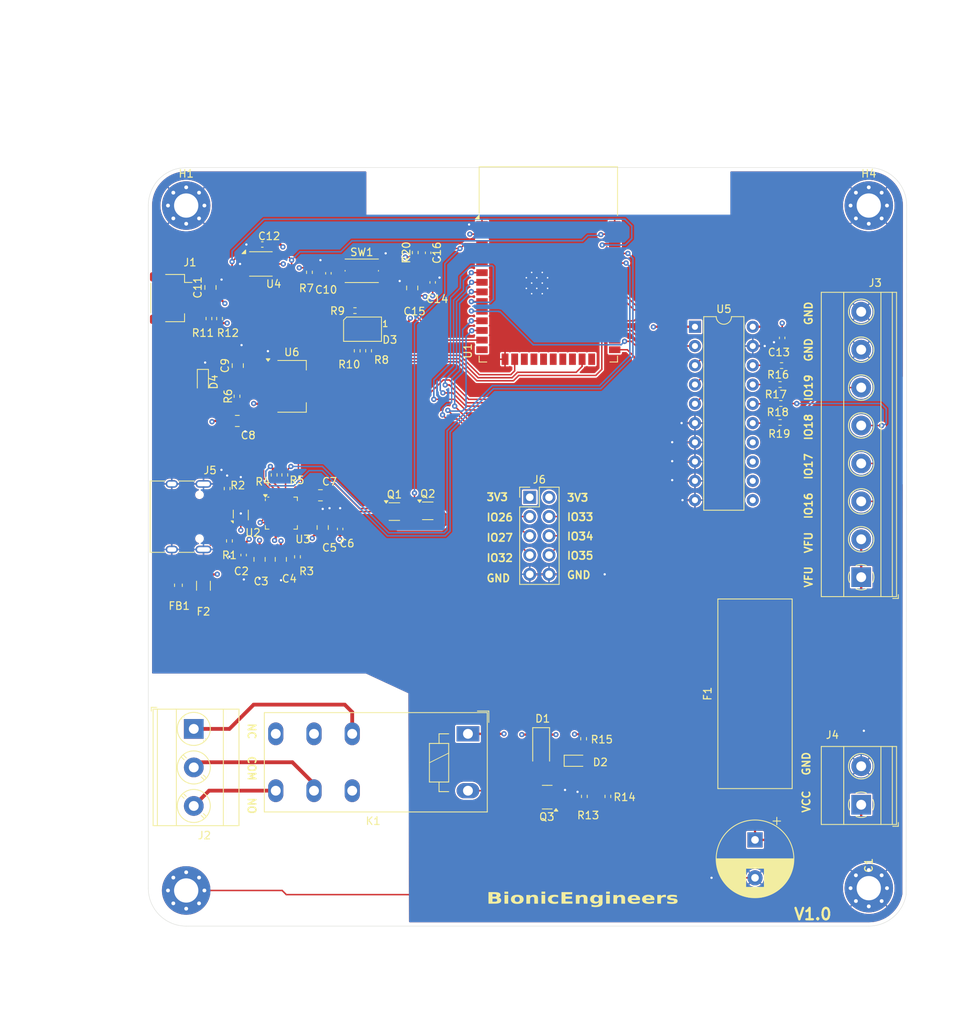
<source format=kicad_pcb>
(kicad_pcb (version 20240108) (generator "pcbnew") (generator_version "8.0")
  (layers (0 "F.Cu" signal) (1 "In1.Cu" signal) (2 "In2.Cu" signal) (31 "B.Cu" signal) (34 "B.Paste" user) (35 "F.Paste" user) (36 "B.SilkS" user "B.Silkscreen") (37 "F.SilkS" user "F.Silkscreen") (38 "B.Mask" user) (39 "F.Mask" user) (44 "Edge.Cuts" user))
  (net 0 "")
  (net 1 "Net-(J4-Pin_1)")
  (net 2 "GND")
  (net 3 "+5V")
  (net 4 "+3.3VA")
  (net 5 "Net-(U3-VPP)")
  (net 6 "+3V3")
  (net 7 "/SW1")
  (net 8 "/EN")
  (net 9 "Net-(D1-A)")
  (net 10 "Net-(D2-A)")
  (net 11 "Net-(D3-GK)")
  (net 12 "Net-(D3-RK)")
  (net 13 "Net-(D3-BK)")
  (net 14 "Net-(D4-A)")
  (net 15 "Net-(J3-Pin_1)")
  (net 16 "Net-(F2-Pad1)")
  (net 17 "+5VP")
  (net 18 "/SCL")
  (net 19 "/SDA")
  (net 20 "Net-(J2-Pin_3)")
  (net 21 "Net-(J2-Pin_2)")
  (net 22 "Net-(J2-Pin_1)")
  (net 23 "Net-(J3-Pin_4)")
  (net 24 "Net-(J3-Pin_3)")
  (net 25 "Net-(J3-Pin_6)")
  (net 26 "Net-(J3-Pin_5)")
  (net 29 "Net-(J5-CC1)")
  (net 30 "Net-(J5-CC2)")
  (net 31 "/GPIO26")
  (net 32 "/GPIO34")
  (net 33 "/GPIO27")
  (net 34 "/GPIO35")
  (net 35 "/GPIO33")
  (net 36 "/GPIO32")
  (net 37 "/RTS")
  (net 38 "/DTR")
  (net 39 "/IO0")
  (net 40 "Net-(Q3-B)")
  (net 41 "Net-(U3-~{RST})")
  (net 42 "Net-(U3-TXD)")
  (net 43 "/RX")
  (net 44 "Net-(U3-RXD)")
  (net 45 "/TX")
  (net 46 "/LED_RED")
  (net 47 "/LED_GREEN")
  (net 48 "/LED_BLUE")
  (net 49 "/RELAY")
  (net 50 "Net-(U5-B0)")
  (net 51 "Net-(U5-B1)")
  (net 52 "Net-(U5-B2)")
  (net 53 "Net-(U5-B3)")
  (net 59 "/LEDSTRIP4")
  (net 62 "/LEDSTRIP1")
  (net 68 "/LEDSTRIP2")
  (net 70 "/LEDSTRIP3")
  (net 88 "Net-(J5-D+-PadA6)")
  (net 89 "Net-(J5-D--PadA7)")
  (net 90 "Net-(U3-D-)")
  (net 91 "Net-(U3-D+)")
  (footprint "Package_DIP:DIP-20_W7.62mm" (layer "F.Cu") (at 151.08 63.98)
    (property "Reference" "U5")
    (property "Value" "74AHCT245")
  )
  (footprint "Package_TO_SOT_SMD:SOT-363_SC-70-6" (layer "F.Cu") (at 115.85 88.25)
    (property "Reference" "Q2")
    (property "Value" "UMH3N")
  )
  (footprint "Resistor_SMD:R_0402_1005Metric_Pad0.72x0.64mm_HandSolder" (layer "F.Cu") (at 87 62.8975 90)
    (property "Reference" "R11")
    (property "Value" "4K7")
  )
  (footprint "Button_Switch_SMD:SW_Push_1P1T_NO_CK_KMR2" (layer "F.Cu") (at 107.15 56.6)
    (property "Reference" "SW1")
    (property "Value" "SW_SPST")
  )
  (footprint "TerminalBlock_Phoenix:TerminalBlock_Phoenix_MKDS-3-3-5.08_1x03_P5.08mm_Horizontal" (layer "F.Cu") (at 85 117 -90)
    (property "Reference" "J2")
    (property "Value" "Screw_Terminal_01x03" (hide yes))
  )
  (footprint "Capacitor_SMD:C_0402_1005Metric_Pad0.74x0.62mm_HandSolder" (layer "F.Cu") (at 94.0375 53.1375 180)
    (property "Reference" "C12")
    (property "Value" "100n")
  )
  (footprint "Capacitor_SMD:C_0805_2012Metric_Pad1.18x1.45mm_HandSolder" (layer "F.Cu") (at 90.8 69.1 90)
    (property "Reference" "C9")
    (property "Value" "22u")
  )
  (footprint "Capacitor_SMD:C_0402_1005Metric_Pad0.74x0.62mm_HandSolder" (layer "F.Cu") (at 115.9 54.2325 -90)
    (property "Reference" "C16")
    (property "Value" "100n")
  )
  (footprint "MountingHole:MountingHole_3.2mm_M3_Pad_Via" (layer "F.Cu") (at 174 138)
    (property "Reference" "H3" (hide yes))
    (property "Value" "Hole_pad" (hide yes))
  )
  (footprint "Capacitor_SMD:C_0805_2012Metric_Pad1.18x1.45mm_HandSolder" (layer "F.Cu") (at 102 90.45 90)
    (property "Reference" "C5")
    (property "Value" "22u")
  )
  (footprint "Relay_THT:Relay_SPDT_Schrack-RT1-16A-FormC_RM5mm" (layer "F.Cu") (at 121.15 117.65 180)
    (property "Reference" "K1")
    (property "Value" "RT314A05" (hide yes))
  )
  (footprint "Fuse:Fuseholder_Cylinder-5x20mm_Wuerth_696103101002-SMD_Horizontal_Open" (layer "F.Cu") (at 159 112.367677 90)
    (property "Reference" "F1")
    (property "Value" "Fuse")
  )
  (footprint "Connector_JST:JST_SH_SM04B-SRSS-TB_1x04-1MP_P1.00mm_Horizontal" (layer "F.Cu") (at 82 60.2 -90)
    (property "Reference" "J1")
    (property "Value" "Conn_01x04")
  )
  (footprint "Resistor_SMD:R_0402_1005Metric_Pad0.72x0.64mm_HandSolder" (layer "F.Cu") (at 106.25 61.85 180)
    (property "Reference" "R9")
    (property "Value" "1K")
  )
  (footprint "Resistor_SMD:R_0402_1005Metric_Pad0.72x0.64mm_HandSolder" (layer "F.Cu") (at 89.7 92.215 -90)
    (property "Reference" "R1")
    (property "Value" "5K1")
  )
  (footprint "Capacitor_SMD:C_0402_1005Metric_Pad0.74x0.62mm_HandSolder" (layer "F.Cu") (at 162.58 65.4525 -90)
    (property "Reference" "C13")
    (property "Value" "100n")
  )
  (footprint "Capacitor_SMD:C_0805_2012Metric_Pad1.18x1.45mm_HandSolder" (layer "F.Cu") (at 87.2 58.8 90)
    (property "Reference" "C11")
    (property "Value" "22u")
  )
  (footprint "MountingHole:MountingHole_3.2mm_M3_Pad_Via" (layer "F.Cu") (at 84 138.302944)
    (property "Reference" "H2" (hide yes))
    (property "Value" "Hole_pad" (hide yes))
  )
  (footprint "Connector_USB:USB_C_Receptacle_HRO_TYPE-C-31-M-12" (layer "F.Cu") (at 83.15 89.0225 -90)
    (property "Reference" "J5")
    (property "Value" "USB_C_Receptacle_USB2.0_16P")
  )
  (footprint "Connector_PinHeader_2.54mm:PinHeader_2x05_P2.54mm_Vertical" (layer "F.Cu") (at 129.3 86.46)
    (property "Reference" "J6")
    (property "Value" "Conn_02x05_Odd_Even")
  )
  (footprint "Capacitor_SMD:C_0805_2012Metric_Pad1.18x1.45mm_HandSolder" (layer "F.Cu") (at 93.675 94.65 -90)
    (property "Reference" "C3")
    (property "Value" "4u7")
  )
  (footprint "Resistor_SMD:R_0402_1005Metric_Pad0.72x0.64mm_HandSolder" (layer "F.Cu") (at 95.6 83.515 90)
    (property "Reference" "R4")
    (property "Value" "10K")
  )
  (footprint "Package_TO_SOT_SMD:SOT-223-3_TabPin2" (layer "F.Cu") (at 97.925 71.8375)
    (property "Reference" "U6")
    (property "Value" "TLV1117LV-3.3")
  )
  (footprint "Capacitor_THT:CP_Radial_D10.0mm_P5.00mm" (layer "F.Cu") (at 159 131.632323 -90)
    (property "Reference" "C1")
    (property "Value" "1000u/25V")
  )
  (footprint "Resistor_SMD:R_0402_1005Metric_Pad0.72x0.64mm_HandSolder" (layer "F.Cu") (at 162.4025 74.1 180)
    (property "Reference" "R18")
    (property "Value" "22R")
  )
  (footprint "Resistor_SMD:R_0402_1005Metric_Pad0.72x0.64mm_HandSolder" (layer "F.Cu") (at 136.5 125.8975 90)
    (property "Reference" "R13")
    (property "Value" "10K")
  )
  (footprint "LED_SMD:LED_0603_1608Metric_Pad1.05x0.95mm_HandSolder" (layer "F.Cu") (at 86.2 71.2625 -90)
    (property "Reference" "D4")
    (property "Value" "LED")
  )
  (footprint "RF_Module:ESP32-WROOM-32D" (layer "F.Cu") (at 131.75 58.75)
    (property "Reference" "U1")
    (property "Value" "ESP32-WROOM-32D")
  )
  (footprint "Resistor_SMD:R_0402_1005Metric_Pad0.72x0.64mm_HandSolder" (layer "F.Cu") (at 108.05 67.15 90)
    (property "Reference" "R8")
    (property "Value" "1K")
  )
  (footprint "Capacitor_SMD:C_0805_2012Metric_Pad1.18x1.45mm_HandSolder" (layer "F.Cu") (at 90.7375 76.4)
    (property "Reference" "C8")
    (property "Value" "22u")
  )
  (footprint "Resistor_SMD:R_0402_1005Metric_Pad0.72x0.64mm_HandSolder" (layer "F.Cu") (at 90.7 73.14 90)
    (property "Reference" "R6")
    (property "Value" "1K")
  )
  (footprint "Resistor_SMD:R_0402_1005Metric_Pad0.72x0.64mm_HandSolder" (layer "F.Cu") (at 100.25 56.8025 -90)
    (property "Reference" "R7")
    (property "Value" "10K")
  )
  (footprint "Capacitor_SMD:C_0402_1005Metric_Pad0.74x0.62mm_HandSolder" (layer "F.Cu") (at 91.575 94.08 -90)
    (property "Reference" "C2")
    (property "Value" "100n")
  )
  (footprint "LED_SMD:LED_0603_1608Metric_Pad1.05x0.95mm_HandSolder" (layer "F.Cu") (at 135.5 121.2)
    (property "Reference" "D2")
    (property "Value" "YELLOW")
  )
  (footprint "Inductor_SMD:L_0603_1608Metric_Pad1.05x0.95mm_HandSolder" (layer "F.Cu") (at 82.975 98.0625 -90)
    (property "Reference" "FB1")
    (property "Value" "BLM21PG221")
  )
  (footprint "Capacitor_SMD:C_0805_2012Metric_Pad1.18x1.45mm_HandSolder" (layer "F.Cu") (at 96.475 94.65 -90)
    (property "Reference" "C4")
    (property "Value" "22u")
  )
  (footprint "Resistor_SMD:R_0402_1005Metric_Pad0.72x0.64mm_HandSolder" (layer "F.Cu") (at 106.55 67.1525 90)
    (property "Reference" "R10")
    (property "Value" "1K")
  )
  (footprint "Package_DFN_QFN:DFN-6-1EP_3x3mm_P1mm_EP1.5x2.4mm" (layer "F.Cu") (at 93.85 55.7)
    (property "Reference" "U4")
    (property "Value" "Si7021-A20")
  )
  (footprint "Resistor_SMD:R_0402_1005Metric_Pad0.72x0.64mm_HandSolder" (layer "F.Cu") (at 89.4 85.315 90)
    (property "Reference" "R2")
    (property "Value" "5K1")
  )
  (footprint "Package_TO_SOT_SMD:SOT-363_SC-70-6" (layer "F.Cu") (at 111.45 88.35)
    (property "Reference" "Q1")
    (property "Value" "UMH3N")
  )
  (footprint "Capacitor_SMD:C_0805_2012Metric_Pad1.18x1.45mm_HandSolder" (layer "F.Cu") (at 101.7 86.2)
    (property "Reference" "C7")
    (property "Value" "4u7")
  )
  (footprint "Capacitor_SMD:C_0402_1005Metric_Pad0.74x0.62mm_HandSolder" (layer "F.Cu") (at 104.3 90.645 90)
    (property "Reference" "C6")
    (property "Value" "100n")
  )
  (footprint "Capacitor_SMD:C_0805_2012Metric_Pad1.18x1.45mm_HandSolder" (layer "F.Cu") (at 113.8 58.8625 90)
    (property "Reference" "C15")
    (property "Value" "22u")
  )
  (footprint "Package_DFN_QFN:QFN-24-1EP_4x4mm_P0.5mm_EP2.6x2.6mm" (layer "F.Cu") (at 96.55 88.55)
    (property "Reference" "U3")
    (property "Value" "CP2104")
  )
  (footprint "TerminalBlock_Phoenix:TerminalBlock_Phoenix_MKDS-1,5-2-5.08_1x02_P5.08mm_Horizontal" (layer "F.Cu") (at 173 127 90)
    (property "Reference" "J4")
    (property "Value" "Screw_Terminal_01x02" (hide yes))
  )
  (footprint "Resistor_SMD:R_0402_1005Metric_Pad0.72x0.64mm_HandSolder" (layer "F.Cu") (at 98.675 94.315 90)
    (property "Reference" "R3")
    (property "Value" "10K")
  )
  (footprint "Resistor_SMD:R_0402_1005Metric_Pad0.72x0.64mm_HandSolder" (layer "F.Cu") (at 88.4 62.9025 90)
    (property "Reference" "R12")
    (property "Value" "4K7")
  )
  (footprint "Resistor_SMD:R_0402_1005Metric_Pad0.72x0.64mm_HandSolder" (layer "F.Cu") (at 136.4 118.3 90)
    (property "Reference" "R15")
    (property "Value" "1K")
  )
  (footprint "Capacitor_SMD:C_0402_1005Metric_Pad0.74x0.62mm_HandSolder" (layer "F.Cu") (at 102.75 56.9325 90)
    (property "Reference" "C10")
    (property "Value" "100n")
  )
  (footprint "Fuse:Fuse_1206_3216Metric_Pad1.42x1.75mm_HandSolder" (layer "F.Cu") (at 86.275 98.125 90)
    (property "Reference" "F2")
    (property "Value" "polyfuse_1A")
  )
  (footprint "Package_TO_SOT_SMD:SOT-666" (layer "F.Cu") (at 91.2 88.8 90)
    (property "Reference" "U2")
    (property "Value" "USBLC6-2P6")
  )
  (footprint "Package_TO_SOT_SMD:SOT-23" (layer "F.Cu") (at 131.6 126 180)
    (property "Reference" "Q3")
    (property "Value" "BC817")
  )
  (footprint "Resistor_SMD:R_0402_1005Metric_Pad0.72x0.64mm_HandSolder" (layer "F.Cu") (at 97 83.515 90)
    (property "Reference" "R5")
    (property "Value" "10K")
  )
  (footprint "TerminalBlock_Phoenix:TerminalBlock_Phoenix_MKDS-1,5-8_1x08_P5.00mm_Horizontal" (layer "F.Cu") (at 173 97 90)
    (property "Reference" "J3")
    (property "Value" "Screw_Terminal_01x08")
  )
  (footprint "Resistor_SMD:R_0402_1005Metric_Pad0.72x0.64mm_HandSolder" (layer "F.Cu") (at 162.3 71.6 180)
    (property "Reference" "R17")
    (property "Value" "22R")
  )
  (footprint "MountingHole:MountingHole_3.2mm_M3_Pad_Via" (layer "F.Cu") (at 84 48)
    (property "Reference" "H1")
    (property "Value" "Hole_pad")
  )
  (footprint "Resistor_SMD:R_0402_1005Metric_Pad0.72x0.64mm_HandSolder" (layer "F.Cu") (at 162.3025 76.6 180)
    (property "Reference" "R19")
    (property "Value" "22R")
  )
  (footprint "Resistor_SMD:R_0402_1005Metric_Pad0.72x0.64mm_HandSolder" (layer "F.Cu") (at 162.5 69.1 180)
    (property "Reference" "R16")
    (property "Value" "22R")
  )
  (footprint "Capacitor_SMD:C_0402_1005Metric_Pad0.74x0.62mm_HandSolder" (layer "F.Cu") (at 116.5 58.1325 90)
    (property "Reference" "C14")
    (property "Value" "100n")
  )
  (footprint "LED_SMD:LED_RGB_Wuerth-PLCC4_3.2x2.8mm_150141M173100" (layer "F.Cu") (at 107.25 64.3)
    (property "Reference" "D3")
    (property "Value" "LED_ARGB")
  )
  (footprint "Resistor_SMD:R_0402_1005Metric_Pad0.72x0.64mm_HandSolder" (layer "F.Cu") (at 114.2 54.1975 90)
    (property "Reference" "R20")
    (property "Value" "10K")
  )
  (footprint "Diode_SMD:D_MiniMELF" (layer "F.Cu") (at 130.8 119.5 -90)
    (property "Reference" "D1")
    (property "Value" "LL4148")
  )
  (footprint "Resistor_SMD:R_0402_1005Metric_Pad0.72x0.64mm_HandSolder" (layer "F.Cu") (at 139.6 125.9025 -90)
    (property "Reference" "R14")
    (property "Value" "10K")
  )
  (footprint "MountingHole:MountingHole_3.2mm_M3_Pad_Via" (layer "F.Cu") (at 174 48)
    (property "Reference" "H4")
    (property "Value" "Hole_pad")
  )
  (gr_line (start 174 43) (end 84 43) (stroke (width 0.05)) (layer "Edge.Cuts"))
  (gr_arc (start 79 48) (mid 80.464466 44.464466) (end 84 43) (stroke (width 0.05)) (layer "Edge.Cuts"))
  (gr_arc (start 174 43) (mid 177.535534 44.464466) (end 179 48) (stroke (width 0.05)) (layer "Edge.Cuts"))
  (gr_line (start 178.93197 138.821995) (end 179 48) (stroke (width 0.05)) (layer "Edge.Cuts"))
  (gr_arc (start 84 143) (mid 80.464466 141.535534) (end 79 138) (stroke (width 0.05)) (layer "Edge.Cuts"))
  (gr_line (start 84 143) (end 174 143) (stroke (width 0.05)) (layer "Edge.Cuts"))
  (gr_arc (start 178.93197 138.821995) (mid 177.231875 141.8151) (end 174 143) (stroke (width 0.05)) (layer "Edge.Cuts"))
  (gr_line (start 79 48) (end 79 138) (stroke (width 0.05)) (layer "Edge.Cuts"))
  (gr_text "VFU" (at 166.65 93.95 90) (layer "F.SilkS") (effects (font (size 1 1) (thickness 0.2) (bold yes)) (justify left bottom)))
  (gr_text "NC" (at 92.05 116.15 270) (layer "F.SilkS") (effects (font (size 1 1) (thickness 0.2) (bold yes)) (justify left bottom)))
  (gr_text "V1.0\n" (at 164 142.3 0) (layer "F.SilkS") (effects (font (size 1.5 1.5) (thickness 0.3) (bold yes)) (justify left bottom)))
  (gr_text "3V3" (at 123.5 87.025 0) (layer "F.SilkS") (effects (font (size 1 1) (thickness 0.2) (bold yes)) (justify left bottom)))
  (gr_text "IO17" (at 166.65 84.241158 90) (layer "F.SilkS") (effects (font (size 1 1) (thickness 0.2) (bold yes)) (justify left bottom)))
  (gr_text "VCC" (at 166.35 128.15 90) (layer "F.SilkS") (effects (font (size 1 1) (thickness 0.2) (bold yes)) (justify left bottom)))
  (gr_text "IO16" (at 166.65 89.428912 90) (layer "F.SilkS") (effects (font (size 1 1) (thickness 0.2)) (justify left bottom)))
  (gr_text "IO33" (at 134.1 89.65 0) (layer "F.SilkS") (effects (font (size 1 1) (thickness 0.2) (bold yes)) (justify left bottom)))
  (gr_text "IO26\n" (at 123.5 89.7 0) (layer "F.SilkS") (effects (font (size 1 1) (thickness 0.2) (bold yes)) (justify left bottom)))
  (gr_text "GND" (at 123.5 97.725 0) (layer "F.SilkS") (effects (font (size 1 1) (thickness 0.2) (bold yes)) (justify left bottom)))
  (gr_text "IO35" (at 134.1 94.75 0) (layer "F.SilkS") (effects (font (size 1 1) (thickness 0.2) (bold yes)) (justify left bottom)))
  (gr_text "IO18" (at 166.65 79.053404 90) (layer "F.SilkS") (effects (font (size 1 1) (thickness 0.2) (bold yes)) (justify left bottom)))
  (gr_text "GND" (at 166.65 68.677896 90) (layer "F.SilkS") (effects (font (size 1 1) (thickness 0.2) (bold yes)) (justify left bottom)))
  (gr_text "GND" (at 166.35 123.25 90) (layer "F.SilkS") (effects (font (size 1 1) (thickness 0.2) (bold yes)) (justify left bottom)))
  (gr_text "3V3" (at 134.1 87.1 0) (layer "F.SilkS") (effects (font (size 1 1) (thickness 0.2) (bold yes)) (justify left bottom)))
  (gr_text "IO32" (at 123.5 95.05 0) (layer "F.SilkS") (effects (font (size 1 1) (thickness 0.2) (bold yes)) (justify left bottom)))
  (gr_text "IO19" (at 166.65 73.86565 90) (layer "F.SilkS") (effects (font (size 1 1) (thickness 0.2) (bold yes)) (justify left bottom)))
  (gr_text "GND" (at 134.1 97.3 0) (layer "F.SilkS") (effects (font (size 1 1) (thickness 0.2) (bold yes)) (justify left bottom)))
  (gr_text "IO27" (at 123.5 92.375 0) (layer "F.SilkS") (effects (font (size 1 1) (thickness 0.2) (bold yes)) (justify left bottom)))
  (gr_text "COM" (at 92.05 120.478571 270) (layer "F.SilkS") (effects (font (size 1 1) (thickness 0.2) (bold yes)) (justify left bottom)))
  (gr_text "NO" (at 92.05 125.95 270) (layer "F.SilkS") (effects (font (size 1 1) (thickness 0.2) (bold yes)) (justify left bottom)))
  (gr_text "BionicEngineers" (at 123.6 140.3 0) (layer "F.SilkS") (effects (font (size 1.5 2) (thickness 0.3) (bold yes)) (justify left bottom)))
  (gr_text "GND" (at 166.65 63.871094 90) (layer "F.SilkS") (effects (font (size 1 1) (thickness 0.2) (bold yes)) (justify left bottom)))
  (gr_text "IO34" (at 134.1 92.2 0) (layer "F.SilkS") (effects (font (size 1 1) (thickness 0.2) (bold yes)) (justify left bottom)))
  (gr_text "VFU" (at 166.65 98.471094 90) (layer "F.SilkS") (effects (font (size 1 1) (thickness 0.2) (bold yes)) (justify left bottom)))
  (segment (start 159 131.632323) (end 170.967677 131.632323) (width 0.3) (layer "F.Cu") (net 1))
  (segment (start 170.967677 131.632323) (end 173 129.6) (width 0.3) (layer "F.Cu") (net 1))
  (segment (start 159 120.867677) (end 159 131.632323) (width 0.3) (layer "F.Cu") (net 1))
  (segment (start 173 129.6) (end 173 127) (width 0.3) (layer "F.Cu") (net 1))
  (segment (start 97.2 138.85) (end 148.25 138.85) (width 0.2) (layer "F.Cu") (net 2))
  (segment (start 91.775 77.775) (end 91.8 77.8) (width 0.2) (layer "F.Cu") (net 2))
  (segment (start 103.315 55.8) (end 105.1 55.8) (width 0.2) (layer "F.Cu") (net 2))
  (segment (start 115.9 54.8) (end 117.3 54.8) (width 0.2) (layer "F.Cu") (net 2))
  (segment (start 104.3 90.0775) (end 104.3 87.9) (width 0.3) (layer "F.Cu") (net 2))
  (segment (start 148.08 79.2) (end 148.1 79.22) (width 0.2) (layer "F.Cu") (net 2))
  (segment (start 112.275 57.825) (end 112.15 57.95) (width 0.2) (layer "F.Cu") (net 2))
  (segment (start 88.2 83.3) (end 88.6 82.9) (width 0.3) (layer "F.Cu") (net 2))
  (segment (start 131.84 96.62) (end 139.18 96.62) (width 0.3) (layer "F.Cu") (net 2))
  (segment (start 151.08 76.68) (end 149.32 76.68) (width 0.3) (layer "F.Cu") (net 2))
  (segment (start 117.3 54.8) (end 117.5 54.8) (width 0.2) (layer "F.Cu") (net 2))
  (segment (start 86.2 69) (end 86.5 68.7) (width 0.2) (layer "F.Cu") (net 2))
  (segment (start 94.775 69.5375) (end 94.775 67.2) (width 0.2) (layer "F.Cu") (net 2))
  (segment (start 132.5375 125.05) (end 133.95 125.05) (width 0.3) (layer "F.Cu") (net 2))
  (segment (start 88.6725 92.2725) (end 87.145 92.2725) (width 0.2) (layer "F.Cu") (net 2))
  (segment (start 91.2 87.875) (end 91.2 83.8) (width 0.3) (layer "F.Cu") (net 2))
  (segment (start 151.08 86.84) (end 149.44 86.84) (width 0.3) (layer "F.Cu") (net 2))
  (segment (start 148.14 81.76) (end 148.08 81.7) (width 0.2) (layer "F.Cu") (net 2))
  (segment (start 121.3 50.5) (end 121.1 50.5) (width 0.2) (layer "F.Cu") (net 2))
  (segment (start 87.3275 85.7725) (end 88.1 85) (width 0.3) (layer "F.Cu") (net 2))
  (segment (start 89.7 92.8125) (end 89.2125 92.8125) (width 0.2) (layer "F.Cu") (net 2))
  (segment (start 89.7 92.8125) (end 89.7 94.3) (width 0.2) (layer "F.Cu") (net 2))
  (segment (start 88.1 85) (end 88.2 84.9) (width 0.3) (layer "F.Cu") (net 2))
  (segment (start 129.3 96.62) (end 131.84 96.62) (width 0.3) (layer "F.Cu") (net 2))
  (segment (start 93.675 95.6875) (end 93.5125 95.6875) (width 0.2) (layer "F.Cu") (net 2))
  (segment (start 89.2125 92.8125) (end 88.6725 92.2725) (width 0.2) (layer "F.Cu") (net 2))
  (segment (start 102.7375 87.7375) (end 102.9 87.9) (width 0.2) (layer "F.Cu") (net 2))
  (segment (start 102.75 56.365) (end 103.315 55.8) (width 0.2) (layer "F.Cu") (net 2))
  (segment (start 148.18 84.3) (end 148.08 84.2) (width 0.2) (layer "F.Cu") (net 2))
  (segment (start 96.475 97.375) (end 96.5 97.4) (width 0.2) (layer "F.Cu") (net 2))
  (segment (start 159 136.632323) (end 153.267677 136.632323) (width 0.2) (layer "F.Cu") (net 2))
  (segment (start 158.7 66.52) (end 160.28 66.52) (width 0.3) (layer "F.Cu") (net 2))
  (segment (start 84 138.302944) (end 96.652944 138.302944) (width 0.2) (layer "F.Cu") (net 2))
  (segment (start 123 50.5) (end 121.3 50.5) (width 0.2) (layer "F.Cu") (net 2))
  (segment (start 161.5 66.02) (end 161.48 66.02) (width 0.2) (layer "F.Cu") (net 2))
  (segment (start 136.5 125.3) (end 135.6 125.3) (width 0.3) (layer "F.Cu") (net 2))
  (segment (start 96.475 95.6875) (end 96.475 97.375) (width 0.2) (layer "F.Cu") (net 2))
  (segment (start 87.2 57.7625) (end 88.6625 57.7625) (width 0.3) (layer "F.Cu") (net 2))
  (segment (start 113.8 57.825) (end 112.275 57.825) (width 0.2) (layer "F.Cu") (net 2))
  (segment (start 93.47 53.1375) (end 91.9375 53.1375) (width 0.2) (layer "F.Cu") (net 2))
  (segment (start 102.75 56.365) (end 102.065 56.365) (width 0.2) (layer "F.Cu") (net 2))
  (segment (start 91 83.6) (end 91.2 83.8) (width 0.2) (layer "F.Cu") (net 2))
  (segment (start 102 89.4125) (end 102 88) (width 0.3) (layer "F.Cu") (net 2))
  (segment (start 84 58.7) (end 85 58.7) (width 0.3) (layer "F.Cu") (net 2))
  (segment (start 102.7375 86.2) (end 102.7375 87.7375) (width 0.2) (layer "F.Cu") (net 2))
  (segment (start 94.775 67.2) (end 94.775 67.025) (width 0.2) (layer "F.Cu") (net 2))
  (segment (start 101.7 56) (end 101.7 55.2) (width 0.2) (layer "F.Cu") (net 2))
  (segment (start 93.675 97.2) (end 93.675 97.275) (width 0.2) (layer "F.Cu") (net 2))
  (segment (start 88.2 84.9) (end 88.2 83.3) (width 0.3) (layer "F.Cu") (net 2))
  (segment (start 150.4 136.7) (end 153.2 136.7) (width 0.2) (layer "F.Cu") (net 2))
  (segment (start 91.575 94.6475) (end 91.575 97.275) (width 0.2) (layer "F.Cu") (net 2))
  (segment (start 112.15 57.95) (end 112.1 58) (width 0.2) (layer "F.Cu") (net 2))
  (segment (start 86.2 70.3875) (end 86.2 69) (width 0.2) (layer "F.Cu") (net 2))
  (segment (start 91.575 97.275) (end 91.6 97.3) (width 0.2) (layer "F.Cu") (net 2))
  (segment (start 92.4 55.7) (end 91.1 55.7) (width 0.2) (layer "F.Cu") (net 2))
  (segment (start 90.8 68.0625) (end 90.8 67.2) (width 0.3) (layer "F.Cu") (net 2))
  (segment (start 91.2 87.875) (end 91.2 88.6) (width 0.2) (layer "F.Cu") (net 2))
  (segment (start 148.1 79.22) (end 151.08 79.22) (width 0.3) (layer "F.Cu") (net 2))
  (segment (start 96.652944 138.302944) (end 97.2 138.85) (width 0.2) (layer "F.Cu") (net 2))
  (segment (start 90.8 67.2) (end 91.2 66.8) (width 0.3) (layer "F.Cu") (net 2))
  (segment (start 116.5 57.565) (end 117.335 57.565) (width 0.2) (layer "F.Cu") (net 2))
  (segment (start 91.775 76.4) (end 91.775 77.775) (width 0.2) (layer "F.Cu") (net 2))
  (segment (start 87.145 85.7725) (end 87.3275 85.7725) (width 0.2) (layer "F.Cu") (net 2))
  (segment (start 102.065 56.365) (end 101.7 56) (width 0.2) (layer "F.Cu") (net 2))
  (segment (start 93.675 97.275) (end 93.7 97.3) (width 0.2) (layer "F.Cu") (net 2))
  (segment (start 85.9375 57.7625) (end 87.2 57.7625) (width 0.3) (layer "F.Cu") (net 2))
  (segment (start 151.08 81.76) (end 148.14 81.76) (width 0.3) (layer "F.Cu") (net 2))
  (segment (start 148.25 138.85) (end 150.4 136.7) (width 0.2) (layer "F.Cu") (net 2))
  (segment (start 153.2 136.7) (end 153.267677 136.632323) (width 0.2) (layer "F.Cu") (net 2))
  (segment (start 110.3 54.7) (end 110.3 54.3) (width 0.2) (layer "F.Cu") (net 2))
  (segment (start 109.2 55.8) (end 110.3 54.7) (width 0.2) (layer "F.Cu") (net 2))
  (segment (start 93.675 95.6875) (end 93.675 97.2) (width 0.2) (layer "F.Cu") (net 2))
  (segment (start 94.775 67.125) (end 94.8 67.1) (width 0.2) (layer "F.Cu") (net 2))
  (segment (start 151.08 84.3) (end 148.18 84.3) (width 0.3) (layer "F.Cu") (net 2))
  (segment (start 117.335 57.565) (end 117.4 57.5) (width 0.2) (layer "F.Cu") (net 2))
  (segment (start 89.4 84.7175) (end 89.4 83.6) (width 0.2) (layer "F.Cu") (net 2))
  (segment (start 85 58.7) (end 85.9375 57.7625) (width 0.3) (layer "F.Cu") (net 2))
  (segment (start 162.58 66.02) (end 161.5 66.02) (width 0.3) (layer "F.Cu") (net 2))
  (segment (start 94.775 67.2) (end 94.775 67.125) (width 0.2) (layer "F.Cu") (net 2))
  (via (at 121.3 50.5) (size 0.7) (drill 0.3) (layers "F.Cu" "B.Cu") (net 2))
  (via (at 86.5 68.7) (size 0.7) (drill 0.3) (layers "F.Cu" "B.Cu") (net 2))
  (via (at 91.3 66.4) (size 0.7) (drill 0.3) (layers "F.Cu" "B.Cu") (net 2))
  (via (at 117.3 54.8) (size 0.7) (drill 0.3) (layers "F.Cu" "B.Cu") (net 2))
  (via (at 148.08 81.7) (size 0.7) (drill 0.3) (layers "F.Cu" "B.Cu") (net 2))
  (via (at 139.18 96.62) (size 0.7) (drill 0.3) (layers "F.Cu" "B.Cu") (net 2))
  (via (at 148.08 79.2) (size 0.7) (drill 0.3) (layers "F.Cu" "B.Cu") (net 2))
  (via (at 110.3 54.3) (size 0.7) (drill 0.3) (layers "F.Cu" "B.Cu") (net 2))
  (via (at 102 88) (size 0.7) (drill 0.3) (layers "F.Cu" "B.Cu") (net 2))
  (via (at 91.1 55.7) (size 0.7) (drill 0.3) (layers "F.Cu" "B.Cu") (net 2))
  (via (at 88.6625 57.7625) (size 0.7) (drill 0.3) (layers "F.Cu" "B.Cu") (net 2))
  (via (at 91.2 88.6) (size 0.7) (drill 0.3) (layers "F.Cu" "B.Cu") (net 2))
  (via (at 89.4 83.6) (size 0.7) (drill 0.3) (layers "F.Cu" "B.Cu") (net 2))
  (via (at 173.35 117.25) (size 0.7) (drill 0.3) (layers "F.Cu" "B.Cu") (net 2))
  (via (at 91.2 83.8) (size 0.7) (drill 0.3) (layers "F.Cu" "B.Cu") (net 2))
  (via (at 161.5 66.02) (size 0.7) (drill 0.3) (layers "F.Cu" "B.Cu") (net 2))
  (via (at 91.9375 53.1375) (size 0.7) (drill 0.3) (layers "F.Cu" "B.Cu") (net 2))
  (via (at 101.7 55.2) (size 0.7) (drill 0.3) (layers "F.Cu" "B.Cu") (net 2))
  (via (at 153.267677 136.632323) (size 0.7) (drill 0.3) (layers "F.Cu" "B.Cu") (net 2))
  (via (at 104.3 87.9) (size 0.7) (drill 0.3) (layers "F.Cu" "B.Cu") (net 2))
  (via (at 148.08 84.2) (size 0.7) (drill 0.3) (layers "F.Cu" "B.Cu") (net 2))
  (via (at 88.65 82.85) (size 0.7) (drill 0.3) (layers "F.Cu" "B.Cu") (net 2))
  (via (at 89.7 94.3) (size 0.7) (drill 0.3) (layers "F.Cu" "B.Cu") (net 2))
  (via (at 96.5 97.4) (size 0.7) (drill 0.3) (layers "F.Cu" "B.Cu") (net 2))
  (via (at 117.4 57.5) (size 0.7) (drill 0.3) (layers "F.Cu" "B.Cu") (net 2))
  (via (at 133.95 125.05) (size 0.7) (drill 0.3) (layers "F.Cu" "B.Cu") (net 2))
  (via (at 135.6 125.3) (size 0.7) (drill 0.3) (layers "F.Cu" "B.Cu") (net 2))
  (via (at 91.6 97.3) (size 0.7) (drill 0.3) (layers "F.Cu" "B.Cu") (net 2))
  (via (at 112.15 57.95) (size 0.7) (drill 0.3) (layers "F.Cu" "B.Cu") (net 2))
  (via (at 93.675 97.2) (size 0.7) (drill 0.3) (layers "F.Cu" "B.Cu") (net 2))
  (via (at 91.775 77.775) (size 0.7) (drill 0.3) (layers "F.Cu" "B.Cu") (net 2))
  (via (at 149.32 76.68) (size 0.7) (drill 0.3) (layers "F.Cu" "B.Cu") (net 2))
  (via (at 160.28 66.52) (size 0.7) (drill 0.3) (layers "F.Cu" "B.Cu") (net 2))
  (via (at 102.9 87.9) (size 0.7) (drill 0.3) (layers "F.Cu" "B.Cu") (net 2))
  (via (at 149.44 86.84) (size 0.7) (drill 0.3) (layers "F.Cu" "B.Cu") (net 2))
  (via (at 94.775 67.2) (size 0.7) (drill 0.3) (layers "F.Cu" "B.Cu") (net 2))
  (segment (start 173 121.92) (end 173 117.6) (width 0.2) (layer "B.Cu") (net 2))
  (segment (start 173 117.6) (end 173.35 117.25) (width 0.2) (layer "B.Cu") (net 2))
  (segment (start 173.35 117.25) (end 173.4 117.2) (width 0.2) (layer "B.Cu") (net 2))
  (segment (start 136.4 117.7025) (end 135.2025 117.7025) (width 0.3) (layer "F.Cu") (net 3))
  (segment (start 86.275 96.6375) (end 88.0625 96.6375) (width 0.3) (layer "F.Cu") (net 3))
  (segment (start 145.6 64) (end 145.62 63.98) (width 0.2) (layer "F.Cu") (net 3))
  (segment (start 125.9 117.65) (end 125.95 117.65) (width 0.3) (layer "F.Cu") (net 3))
  (segment (start 158.7 63.98) (end 160.28 63.98) (width 0.3) (layer "F.Cu") (net 3))
  (segment (start 91.6 92.7) (end 92.3 92) (width 0.3) (layer "F.Cu") (net 3))
  (segment (start 91.2 90.7) (end 91.2 90.8) (width 0.2) (layer "F.Cu") (net 3))
  (segment (start 91.2 89.725) (end 91.2 90.7) (width 0.2) (layer "F.Cu") (net 3))
  (segment (start 95.8 92) (end 95.8 90.4875) (width 0.3) (layer "F.Cu") (net 3))
  (segment (start 91.575 93.5125) (end 91.575 92.725) (width 0.3) (layer "F.Cu") (net 3))
  (segment (start 135.2 117.7) (end 135.2025 117.7025) (width 0.2) (layer "F.Cu") (net 3))
  (segment (start 162.6 63.4) (end 162.58 63.42) (width 0.2) (layer "F.Cu") (net 3))
  (segment (start 94.775 74.1375) (end 92.9375 74.1375) (width 0.3) (layer "F.Cu") (net 3))
  (segment (start 96.475 93.6125) (end 96.475 92.225) (width 0.3) (layer "F.Cu") (net 3))
  (segment (start 93.575 93.5125) (end 93.675 93.6125) (width 0.2) (layer "F.Cu") (net 3))
  (segment (start 93.7 92.1) (end 93.8 92.1) (width 0.2) (layer "F.Cu") (net 3))
  (segment (start 130.8 117.75) (end 128.25 117.75) (width 0.3) (layer "F.Cu") (net 3))
  (segment (start 92.9 74.1) (end 92.9375 74.1375) (width 0.2) (layer "F.Cu") (net 3))
  (segment (start 93.675 92.125) (end 93.7 92.1) (width 0.2) (layer "F.Cu") (net 3))
  (segment (start 87.5 76.4) (end 87.4 76.5) (width 0.2) (layer "F.Cu") (net 3))
  (segment (start 151.08 63.98) (end 145.62 63.98) (width 0.3) (layer "F.Cu") (net 3))
  (segment (start 96.5 92.2) (end 96.475 92.225) (width 0.2) (layer "F.Cu") (net 3))
  (segment (start 160.28 63.98) (end 161.185 64.885) (width 0.3) (layer "F.Cu") (net 3))
  (segment (start 130.8 117.75) (end 132.75 117.75) (width 0.3) (layer "F.Cu") (net 3))
  (segment (start 93.675 93.6125) (end 93.675 92.125) (width 0.3) (layer "F.Cu") (net 3))
  (segment (start 121.15 117.65) (end 125.9 117.65) (width 0.3) (layer "F.Cu") (net 3))
  (segment (start 89.7 76.4) (end 87.5 76.4) (width 0.3) (layer "F.Cu") (net 3))
  (segment (start 130.7 117.65) (end 130.8 117.75) (width 0.2) (layer "F.Cu") (net 3))
  (segment (start 162.58 64.885) (end 162.58 63.5) (width 0.2) (layer "F.Cu") (net 3))
  (segment (start 95.65 92.15) (end 95.8 92) (width 0.2) (layer "F.Cu") (net 3))
  (segment (start 161.185 64.885) (end 162.58 64.885) (width 0.3) (layer "F.Cu") (net 3))
  (segment (start 88.0625 96.6375) (end 88.1 96.6) (width 0.2) (layer "F.Cu") (net 3))
  (segment (start 91.575 92.725) (end 91.6 92.7) (width 0.2) (layer "F.Cu") (net 3))
  (segment (start 162.58 63.5) (end 162.58 63.42) (width 0.2) (layer "F.Cu") (net 3))
  (via (at 145.6 64) (size 0.7) (drill 0.3) (layers "F.Cu" "B.Cu") (net 3))
  (via (at 125.9 117.65) (size 0.7) (drill 0.3) (layers "F.Cu" "B.Cu") (net 3))
  (via (at 93.675 92.125) (size 0.7) (drill 0.3) (layers "F.Cu" "B.Cu") (net 3))
  (via (at 95.65 92.15) (size 0.7) (drill 0.3) (layers "F.Cu" "B.Cu") (net 3))
  (via (at 132.75 117.75) (size 0.7) (drill 0.3) (layers "F.Cu" "B.Cu") (net 3))
  (via (at 128.25 117.75) (size 0.7) (drill 0.3) (layers "F.Cu" "B.Cu") (net 3))
  (via (at 92.3 92) (size 0.7) (drill 0.3) (layers "F.Cu" "B.Cu") (net 3))
  (via (at 91.2 90.8) (size 0.7) (drill 0.3) (layers "F.Cu" "B.Cu") (net 3))
  (via (at 87.4 76.5) (size 0.7) (drill 0.3) (layers "F.Cu" "B.Cu") (net 3))
  (via (at 92.9 74.1) (size 0.7) (drill 0.3) (layers "F.Cu" "B.Cu") (net 3))
  (via (at 135.2 117.7) (size 0.7) (drill 0.3) (layers "F.Cu" "B.Cu") (net 3))
  (via (at 162.58 63.5) (size 0.7) (drill 0.3) (layers "F.Cu" "B.Cu") (net 3))
  (via (at 96.5 92.2) (size 0.7) (drill 0.3) (layers "F.Cu" "B.Cu") (net 3))
  (via (at 88.1 96.6) (size 0.7) (drill 0.3) (layers "F.Cu" "B.Cu") (net 3))
  (segment (start 102 91.4875) (end 100.8125 91.4875) (width 0.2) (layer "F.Cu") (net 4))
  (segment (start 104.3 91.95) (end 104.25 92) (width 0.2) (layer "F.Cu") (net 4))
  (segment (start 94.25 89.3) (end 93.75 89.8) (width 0.2) (layer "F.Cu") (net 4))
  (segment (start 102.275 91.2125) (end 102 91.4875) (width 0.2) (layer "F.Cu") (net 4))
  (segment (start 94.6125 89.3) (end 94.25 89.3) (width 0.2) (layer "F.Cu") (net 4))
  (segment (start 104.25 92) (end 104.3 92.05) (width 0.2) (layer "F.Cu") (net 4))
  (segment (start 100.8125 91.4875) (end 100.6 91.7) (width 0.2) (layer "F.Cu") (net 4))
  (segment (start 104.3 91.2125) (end 104.3 91.95) (width 0.2) (layer "F.Cu") (net 4))
  (segment (start 94.6125 89.8) (end 93.75 89.8) (width 0.2) (layer "F.Cu") (net 4))
  (via (at 100.625 91.875) (size 0.7) (drill 0.3) (layers "F.Cu" "B.Cu") (net 4))
  (via (at 93.75 89.8) (size 0.7) (drill 0.3) (layers "F.Cu" "B.Cu") (net 4))
  (via (at 104.25 92) (size 0.7) (drill 0.3) (layers "F.Cu" "B.Cu") (net 4))
  (segment (start 100.6625 87.9375) (end 100.3 88.3) (width 0.2) (layer "F.Cu") (net 5))
  (segment (start 100.6625 86.2) (end 100.6625 87.9375) (width 0.2) (layer "F.Cu") (net 5))
  (segment (start 100.3 88.3) (end 98.4875 88.3) (width 0.2) (layer "F.Cu") (net 5))
  (segment (start 87.2 59.8375) (end 88.0375 59.8375) (width 0.3) (layer "F.Cu") (net 6))
  (segment (start 89.4 63.5) (end 89.5 63.5) (width 0.3) (layer "F.Cu") (net 6))
  (segment (start 100.25 56.205) (end 98.905 56.205) (width 0.2) (layer "F.Cu") (net 6))
  (segment (start 93 71.8375) (end 92.5 71.8375) (width 0.2) (layer "F.Cu") (net 6))
  (segment (start 114.2 54.795) (end 112.9 54.795) (width 0.2) (layer "F.Cu") (net 6))
  (segment (start 98.9 56.2) (end 98.905 56.205) (width 0.2) (layer "F.Cu") (net 6))
  (segment (start 87 63.495) (end 88.395 63.495) (width 0.3) (layer "F.Cu") (net 6))
  (segment (start 88.395 63.495) (end 88.4 63.5) (width 0.2) (layer "F.Cu") (net 6))
  (segment (start 113 63.6) (end 113.6 63) (width 0.3) (layer "F.Cu") (net 6))
  (segment (start 112.9 54.795) (end 112.805 54.795) (width 0.2) (layer "F.Cu") (net 6))
  (segment (start 88.0375 59.8375) (end 89.1 60.9) (width 0.3) (layer "F.Cu") (net 6))
  (segment (start 116.5 58.7) (end 116.5 59.9) (width 0.2) (layer "F.Cu") (net 6))
  (segment (start 93 72.4) (end 93 71.8375) (width 0.2) (layer "F.Cu") (net 6))
  (segment (start 94.775 71.8375) (end 93 71.8375) (width 0.2) (layer "F.Cu") (net 6))
  (segment (start 112.805 54.795) (end 112.8 54.8) (width 0.2) (layer "F.Cu") (net 6))
  (segment (start 121.4 51.77) (end 121.33 51.77) (width 0.2) (layer "F.Cu") (net 6))
  (segment (start 113.8 59.9) (end 115.4 59.9) (width 0.2) (layer "F.Cu") (net 6))
  (segment (start 91.6625 73.7375) (end 93 72.4) (width 0.2) (layer "F.Cu") (net 6))
  (segment (start 88.4 63.5) (end 89.4 63.5) (width 0.3) (layer "F.Cu") (net 6))
  (segment (start 108.8 63.6) (end 113 63.6) (width 0.3) (layer "F.Cu") (net 6))
  (segment (start 96.4375 53.1375) (end 96.75 53.45) (width 0.3) (layer "F.Cu") (net 6))
  (segment (start 92.5 71.8375) (end 90.8 70.1375) (width 0.2) (layer "F.Cu") (net 6))
  (segment (start 96.75 53.45) (end 96.8 53.5) (width 0.3) (layer "F.Cu") (net 6))
  (segment (start 95.3 55.7) (end 96.8 55.7) (width 0.2) (layer "F.Cu") (net 6))
  (segment (start 123 51.77) (end 121.4 51.77) (width 0.2) (layer "F.Cu") (net 6))
  (segment (start 115.4 59.9) (end 115.5 60) (width 0.2) (layer "F.Cu") (net 6))
  (segment (start 90.7 73.7375) (end 91.6625 73.7375) (width 0.2) (layer "F.Cu") (net 6))
  (segment (start 94.605 53.1375) (end 96.4375 53.1375) (width 0.3) (layer "F.Cu") (net 6))
  (via (at 115.5 60) (size 0.7) (drill 0.3) (layers "F.Cu" "B.Cu") (net 6))
  (via (at 96.75 53.45) (size 0.7) (drill 0.3) (layers "F.Cu" "B.Cu") (net 6))
  (via (at 98.905 56.205) (size 0.7) (drill 0.3) (layers "F.Cu" "B.Cu") (net 6))
  (via (at 96.8 55.7) (size 0.7) (drill 0.3) (layers "F.Cu" "B.Cu") (net 6))
  (via (at 116.5 59.9) (size 0.7) (drill 0.3) (layers "F.Cu" "B.Cu") (net 6))
  (via (at 121.4 51.77) (size 0.7) (drill 0.3) (layers "F.Cu" "B.Cu") (net 6))
  (via (at 89.4 63.5) (size 0.7) (drill 0.3) (layers "F.Cu" "B.Cu") (net 6))
  (via (at 113.55 62.85) (size 0.7) (drill 0.3) (layers "F.Cu" "B.Cu") (net 6))
  (via (at 89.1 60.9) (size 0.7) (drill 0.3) (layers "F.Cu" "B.Cu") (net 6))
  (via (at 112.9 54.795) (size 0.7) (drill 0.3) (layers "F.Cu" "B.Cu") (net 6))
  (segment (start 109.15 68.615685) (end 109.165685 68.6) (width 0.2) (layer "F.Cu") (net 7))
  (segment (start 138.8 57.6) (end 139.55 56.85) (width 0.2) (layer "F.Cu") (net 7))
  (segment (start 109.2 57.4) (end 108.3 57.4) (width 0.2) (layer "F.Cu") (net 7))
  (segment (start 108.915686 68.85) (end 109.15 68.615685) (width 0.2) (layer "F.Cu") (net 7))
  (segment (start 109.165685 68.6) (end 119.818628 68.6) (width 0.2) (layer "F.Cu") (net 7))
  (segment (start 102.65 57.4) (end 102.75 57.5) (width 0.2) (layer "F.Cu") (net 7))
  (segment (start 102.85 57.4) (end 102.75 57.5) (width 0.2) (layer "F.Cu") (net 7))
  (segment (start 100.25 57.4) (end 102.65 57.4) (width 0.2) (layer "F.Cu") (net 7))
  (segment (start 106.25 68.85) (end 108.915686 68.85) (width 0.2) (layer "F.Cu") (net 7))
  (segment (start 138.8 69.6) (end 138.8 57.6) (width 0.2) (layer "F.Cu") (net 7))
  (segment (start 139.55 56.85) (end 140.5 56.85) (width 0.2) (layer "F.Cu") (net 7))
  (segment (start 119.818628 68.6) (end 122.318628 71.1) (width 0.2) (layer "F.Cu") (net 7))
  (segment (start 101.95 61.2) (end 101.95 64.55) (width 0.2) (layer "F.Cu") (net 7))
  (segment (start 127.15 71.1) (end 127.85 70.4) (width 0.2) (layer "F.Cu") (net 7))
  (segment (start 138 70.4) (end 138.8 69.6) (width 0.2) (layer "F.Cu") (net 7))
  (segment (start 127.85 70.4) (end 138 70.4) (width 0.2) (layer "F.Cu") (net 7))
  (segment (start 105.25 60.45) (end 102.7 60.45) (width 0.2) (layer "F.Cu") (net 7))
  (segment (start 122.318628 71.1) (end 127.15 71.1) (width 0.2) (layer "F.Cu") (net 7))
  (segment (start 108.3 57.4) (end 105.25 60.45) (width 0.2) (layer "F.Cu") (net 7))
  (segment (start 105.1 57.4) (end 102.85 57.4) (width 0.2) (layer "F.Cu") (net 7))
  (segment (start 102.7 60.45) (end 101.95 61.2) (width 0.2) (layer "F.Cu") (net 7))
  (segment (start 101.95 64.55) (end 106.25 68.85) (width 0.2) (layer "F.Cu") (net 7))
  (segment (start 120.1 53.665) (end 120.135 53.665) (width 0.2) (layer "F.Cu") (net 8))
  (segment (start 115.835 53.6) (end 115.9 53.665) (width 0.2) (layer "F.Cu") (net 8))
  (segment (start 114.2 53.6) (end 115.835 53.6) (width 0.2) (layer "F.Cu") (net 8))
  (segment (start 120.135 53.665) (end 120.76 53.04) (width 0.2) (layer "F.Cu") (net 8))
  (segment (start 114.1 86.8) (end 114.1 85.9) (width 0.2) (layer "F.Cu") (net 8))
  (segment (start 114.9 87.6) (end 114.1 86.8) (width 0.2) (layer "F.Cu") (net 8))
  (segment (start 115.9 53.665) (end 120.1 53.665) (width 0.2) (layer "F.Cu") (net 8))
  (segment (start 120.76 53.04) (end 123 53.04) (width 0.2) (layer "F.Cu") (net 8))
  (via (at 120.1 53.665) (size 0.7) (drill 0.3) (layers "F.Cu" "B.Cu") (net 8))
  (via (at 114.1 85.9) (size 0.7) (drill 0.3) (layers "F.Cu" "B.Cu") (net 8))
  (segment (start 118.1 55.665) (end 120.1 53.665) (width 0.2) (layer "B.Cu") (net 8))
  (segment (start 114.1 63.6) (end 118.1 59.6) (width 0.2) (layer "B.Cu") (net 8))
  (segment (start 114.1 85.9) (end 114.1 63.6) (width 0.2) (layer "B.Cu") (net 8))
  (segment (start 118.1 59.6) (end 118.1 55.665) (width 0.2) (layer "B.Cu") (net 8))
  (segment (start 121.15 125.15) (end 124.95 125.15) (width 0.2) (layer "F.Cu") (net 9))
  (segment (start 124.95 125.15) (end 125.8 126) (width 0.2) (layer "F.Cu") (net 9))
  (segment (start 130.8 121.25) (end 130.8 125.8625) (width 0.2) (layer "F.Cu") (net 9))
  (segment (start 125.8 126) (end 130.6625 126) (width 0.2) (layer "F.Cu") (net 9))
  (segment (start 130.8 121.25) (end 134.575 121.25) (width 0.2) (layer "F.Cu") (net 9))
  (segment (start 130.8 125.8625) (end 130.6625 126) (width 0.2) (layer "F.Cu") (net 9))
  (segment (start 134.575 121.25) (end 134.625 121.2) (width 0.2) (layer "F.Cu") (net 9))
  (segment (start 136.375 118.9225) (end 136.4 118.8975) (width 0.2) (layer "F.Cu") (net 10))
  (segment (start 136.375 121.2) (end 136.375 118.9225) (width 0.2) (layer "F.Cu") (net 10))
  (segment (start 105.7 63.6) (end 105.7 61.8975) (width 0.2) (layer "F.Cu") (net 11))
  (segment (start 105.7 61.8975) (end 105.6525 61.85) (width 0.2) (layer "F.Cu") (net 11))
  (segment (start 108.8 65.8025) (end 108.05 66.5525) (width 0.2) (layer "F.Cu") (net 12))
  (segment (start 108.8 65) (end 108.8 65.8025) (width 0.2) (layer "F.Cu") (net 12))
  (segment (start 105.7 65.705) (end 106.55 66.555) (width 0.2) (layer "F.Cu") (net 13))
  (segment (start 105.7 65) (end 105.7 65.705) (width 0.2) (layer "F.Cu") (net 13))
  (segment (start 88.1375 72.1375) (end 88.5425 72.5425) (width 0.2) (layer "F.Cu") (net 14))
  (segment (start 86.2 72.1375) (end 88.1375 72.1375) (width 0.2) (layer "F.Cu") (net 14))
  (segment (start 88.5425 72.5425) (end 90.7 72.5425) (width 0.2) (layer "F.Cu") (net 14))
  (segment (start 159 103.867677) (end 170.532323 103.867677) (width 0.3) (layer "F.Cu") (net 15))
  (segment (start 173 101.4) (end 173 97) (width 0.3) (layer "F.Cu") (net 15))
  (segment (start 173 97) (end 173 92) (width 0.3) (layer "F.Cu") (net 15))
  (segment (start 170.532323 103.867677) (end 173 101.4) (width 0.3) (layer "F.Cu") (net 15))
  (segment (start 82.975 98.9375) (end 85.6 98.9375) (width 0.2) (layer "F.Cu") (net 16))
  (segment (start 85.6 98.9375) (end 86.275 99.6125) (width 0.2) (layer "F.Cu") (net 16))
  (segment (start 82.975 97.1875) (end 82.975 97.025) (width 0.2) (layer "F.Cu") (net 17))
  (segment (start 85 91) (end 85.9 91) (width 0.3) (layer "F.Cu") (net 17))
  (segment (start 85.9 91) (end 86.3725 91.4725) (width 0.3) (layer "F.Cu") (net 17))
  (segment (start 84 96) (end 84 92) (width 0.3) (layer "F.Cu") (net 17))
  (segment (start 82.975 97.025) (end 84 96) (width 0.3) (layer "F.Cu") (net 17))
  (segment (start 84 92) (end 85 91) (width 0.3) (layer "F.Cu") (net 17))
  (segment (start 86.3725 91.4725) (end 87.145 91.4725) (width 0.2) (layer "F.Cu") (net 17))
  (segment (start 88.4 61.85) (end 87.95 61.4) (width 0.2) (layer "F.Cu") (net 18))
  (segment (start 97.9 55.2) (end 97.9 60.2) (width 0.2) (layer "F.Cu") (net 18))
  (segment (start 140.5 51.77) (end 138.73 51.77) (width 0.2) (layer "F.Cu") (net 18))
  (segment (start 97.9 60.2) (end 95.795 62.305) (width 0.2) (layer "F.Cu") (net 18))
  (segment (start 95.795 62.305) (end 88.4 62.305) (width 0.2) (layer "F.Cu") (net 18))
  (segment (start 88.4 62.305) (end 88.4 61.85) (width 0.2) (layer "F.Cu") (net 18))
  (segment (start 138.675 51.825) (end 138.55 51.95) (width 0.2) (layer "F.Cu") (net 18))
  (segment (start 85.9 61.4) (end 85.6 61.7) (width 0.2) (layer "F.Cu") (net 18))
  (segment (start 97.45 54.7) (end 97.9 55.15) (width 0.2) (layer "F.Cu") (net 18))
  (segment (start 95.3 54.7) (end 97.45 54.7) (width 0.2) (layer "F.Cu") (net 18))
  (segment (start 85.6 61.7) (end 84 61.7) (width 0.2) (layer "F.Cu") (net 18))
  (segment (start 97.9 55.15) (end 97.9 55.2) (width 0.2) (layer "F.Cu") (net 18))
  (segment (start 138.73 51.77) (end 138.675 51.825) (width 0.2) (layer "F.Cu") (net 18))
  (segment (start 87.95 61.4) (end 85.9 61.4) (width 0.2) (layer "F.Cu") (net 18))
  (via (at 138.675 51.825) (size 0.7) (drill 0.3) (layers "F.Cu" "B.Cu") (net 18))
  (via (at 97.9 55.2) (size 0.7) (drill 0.3) (layers "F.Cu" "B.Cu") (net 18))
  (segment (start 136.95 51.95) (end 138.55 51.95) (width 0.2) (layer "B.Cu") (net 18))
  (segment (start 99 54.1) (end 104.4 54.1) (width 0.2) (layer "B.Cu") (net 18))
  (segment (start 138.55 51.95) (end 138.675 51.825) (width 0.2) (layer "B.Cu") (net 18))
  (segment (start 97.9 55.2) (end 99 54.1) (width 0.2) (layer "B.Cu") (net 18))
  (segment (start 136.25 52.65) (end 136.95 51.95) (width 0.2) (layer "B.Cu") (net 18))
  (segment (start 105.85 52.65) (end 136.25 52.65) (width 0.2) (layer "B.Cu") (net 18))
  (segment (start 104.4 54.1) (end 105.85 52.65) (width 0.2) (layer "B.Cu") (net 18))
  (segment (start 85.15 60.7) (end 84 60.7) (width 0.2) (layer "F.Cu") (net 19))
  (segment (start 88.394239 58.95) (end 86.1 58.95) (width 0.2) (layer "F.Cu") (net 19))
  (segment (start 82.3 61.1) (end 82.7 60.7) (width 0.2) (layer "F.Cu") (net 19))
  (segment (start 82.8 63) (end 82.3 62.5) (width 0.2) (layer "F.Cu") (net 19))
  (segment (start 82.7 60.7) (end 84 60.7) (width 0.2) (layer "F.Cu") (net 19))
  (segment (start 140.5 53.04) (end 139.01 53.04) (width 0.2) (layer "F.Cu") (net 19))
  (segment (start 86.1 58.95) (end 85.55 59.5) (width 0.2) (layer "F.Cu") (net 19))
  (segment (start 82.3 62.5) (end 82.3 61.1) (width 0.2) (layer "F.Cu") (net 19))
  (segment (start 90.75 54.7) (end 90.05 55.4) (width 0.2) (layer "F.Cu") (net 19))
  (segment (start 85.55 60.3) (end 85.15 60.7) (width 0.2) (layer "F.Cu") (net 19))
  (segment (start 90.05 57.294239) (end 88.394239 58.95) (width 0.2) (layer "F.Cu") (net 19))
  (segment (start 92.4 54.7) (end 90.75 54.7) (width 0.2) (layer "F.Cu") (net 19))
  (segment (start 139.01 53.04) (end 138.85 53.2) (width 0.2) (layer "F.Cu") (net 19))
  (segment (start 90.05 55.4) (end 90.05 57.294239) (width 0.2) (layer "F.Cu") (net 19))
  (segment (start 85.55 59.5) (end 85.55 60.3) (width 0.2) (layer "F.Cu") (net 19))
  (segment (start 87 62.3) (end 86.3 63) (width 0.2) (layer "F.Cu") (net 19))
  (segment (start 86.3 63) (end 82.8 63) (width 0.2) (layer "F.Cu") (net 19))
  (via (at 90.05 55.4) (size 0.7) (drill 0.3) (layers "F.Cu" "B.Cu") (net 19))
  (via (at 138.85 53.2) (size 0.7) (drill 0.3) (layers "F.Cu" "B.Cu") (net 19))
  (segment (start 142.75 50.7) (end 142.75 52.35) (width 0.2) (layer "B.Cu") (net 19))
  (segment (start 141.85 49.8) (end 142.75 50.7) (width 0.2) (layer "B.Cu") (net 19))
  (segment (start 90.05 54) (end 94.25 49.8) (width 0.2) (layer "B.Cu") (net 19))
  (segment (start 94.25 49.8) (end 141.85 49.8) (width 0.2) (layer "B.Cu") (net 19))
  (segment (start 142.75 52.35) (end 141.9 53.2) (width 0.2) (layer "B.Cu") (net 19))
  (segment (start 141.9 53.2) (end 138.85 53.2) (width 0.2) (layer "B.Cu") (net 19))
  (segment (start 90.05 55.4) (end 90.05 54) (width 0.2) (layer "B.Cu") (net 19))
  (segment (start 87.02 125.14) (end 95.66 125.14) (width 0.5) (layer "F.Cu") (net 20))
  (segment (start 85 127.16) (end 87.02 125.14) (width 0.5) (layer "F.Cu") (net 20))
  (segment (start 95.06 125.9) (end 95.81 125.15) (width 0.2) (layer "F.Cu") (net 20))
  (segment (start 85 122.08) (end 85.68 121.4) (width 0.5) (layer "F.Cu") (net 21))
  (segment (start 85.68 121.4) (end 98 121.4) (width 0.5) (layer "F.Cu") (net 21))
  (segment (start 100.85 124.25) (end 100.85 125.15) (width 0.5) (layer "F.Cu") (net 21))
  (segment (start 98 121.4) (end 100.85 124.25) (width 0.5) (layer "F.Cu") (net 21))
  (segment (start 89.7 117) (end 92.9 113.8) (width 0.5) (layer "F.Cu") (net 22))
  (segment (start 104.9 113.8) (end 105.89 114.79) (width 0.5) (layer "F.Cu") (net 22))
  (segment (start 85 117) (end 89.7 117) (width 0.5) (layer "F.Cu") (net 22))
  (segment (start 105.89 114.79) (end 105.89 117.65) (width 0.5) (layer "F.Cu") (net 22))
  (segment (start 92.9 113.8) (end 104.9 113.8) (width 0.5) (layer "F.Cu") (net 22))
  (segment (start 164.8 69.6) (end 176.2 69.6) (width 0.2) (layer "F.Cu") (net 23))
  (segment (start 162.8975 71.5025) (end 164.8 69.6) (width 0.2) (layer "F.Cu") (net 23))
  (segment (start 176.2 69.6) (end 177.6 71) (width 0.2) (layer "F.Cu") (net 23))
  (segment (start 177 82) (end 173 82) (width 0.2) (layer "F.Cu") (net 23))
  (segment (start 177.6 81.4) (end 177 82) (width 0.2) (layer "F.Cu") (net 23))
  (segment (start 177.6 71) (end 177.6 81.4) (width 0.2) (layer "F.Cu") (net 23))
  (segment (start 162.8975 71.6) (end 162.8975 71.5025) (width 0.2) (layer "F.Cu") (net 23))
  (segment (start 178.1 70.8) (end 178.1 84.5) (width 0.2) (layer "F.Cu") (net 24))
  (segment (start 178.1 84.5) (end 175.6 87) (width 0.2) (layer "F.Cu") (net 24))
  (segment (start 176.4 69.1) (end 178.1 70.8) (width 0.2) (layer "F.Cu") (net 24))
  (segment (start 163.0975 69.1) (end 176.4 69.1) (width 0.2) (layer "F.Cu") (net 24))
  (segment (start 175.6 87) (end 173 87) (width 0.2) (layer "F.Cu") (net 24))
  (segment (start 162.9 76.6) (end 163.9 76.6) (width 0.2) (layer "F.Cu") (net 25))
  (segment (start 163.9 76.6) (end 168.5 72) (width 0.2) (layer "F.Cu") (net 25))
  (segment (start 168.5 72) (end 173 72) (width 0.2) (layer "F.Cu") (net 25))
  (segment (start 163 74.1) (end 164.5 74.1) (width 0.2) (layer "F.Cu") (net 26))
  (segment (start 173 77) (end 175.7 77) (width 0.2) (layer "F.Cu") (net 26))
  (via (at 164.5 74.1) (size 0.7) (drill 0.3) (layers "F.Cu" "B.Cu") (net 26))
  (via (at 175.7 77) (size 0.7) (drill 0.3) (layers "F.Cu" "B.Cu") (net 26))
  (segment (start 176.1 76.9) (end 175.8 76.9) (width 0.2) (layer "B.Cu") (net 26))
  (segment (start 164.5 74.1) (end 175.6 74.1) (width 0.2) (layer "B.Cu") (net 26))
  (segment (start 176.3 74.8) (end 176.3 76.7) (width 0.2) (layer "B.Cu") (net 26))
  (segment (start 176.3 76.7) (end 176.1 76.9) (width 0.2) (layer "B.Cu") (net 26))
  (segment (start 175.6 74.1) (end 176.3 74.8) (width 0.2) (layer "B.Cu") (net 26))
  (segment (start 175.8 76.9) (end 175.7 77) (width 0.2) (layer "B.Cu") (net 26))
  (segment (start 89.1275 87.7725) (end 87.145 87.7725) (width 0.2) (layer "F.Cu") (net 29))
  (segment (start 89.4 87.5) (end 89.1275 87.7725) (width 0.2) (layer "F.Cu") (net 29))
  (segment (start 89.4 85.9125) (end 89.4 87.5) (width 0.2) (layer "F.Cu") (net 29))
  (segment (start 87.145 90.7725) (end 88.0725 90.7725) (width 0.2) (layer "F.Cu") (net 30))
  (segment (start 88.0725 90.7725) (end 88.9175 91.6175) (width 0.2) (layer "F.Cu") (net 30))
  (segment (start 88.9175 91.6175) (end 89.7 91.6175) (width 0.2) (layer "F.Cu") (net 30))
  (segment (start 129.3 89) (end 127.3 89) (width 0.2) (layer "F.Cu") (net 31))
  (segment (start 126.2 87.9) (end 126.2 87.45) (width 0.2) (layer "F.Cu") (net 31))
  (segment (start 126.2 87.45) (end 126.2 81.25) (width 0.2) (layer "F.Cu") (net 31))
  (segment (start 123 63.2) (end 121.55 63.2) (width 0.2) (layer "F.Cu") (net 31))
  (segment (start 119.5 74.55) (end 119.4 74.45) (width 0.2) (layer "F.Cu") (net 31))
  (segment (start 126.2 81.25) (end 119.5 74.55) (width 0.2) (layer "F.Cu") (net 31))
  (segment (start 127.3 89) (end 126.2 87.9) (width 0.2) (layer "F.Cu") (net 31))
  (via (at 119.4 74.45) (size 0.7) (drill 0.3) (layers "F.Cu" "B.Cu") (net 31))
  (via (at 121.6 63.2) (size 0.7) (drill 0.3) (layers "F.Cu" "B.Cu") (net 31))
  (segment (start 119.4 74.45) (end 119.4 71.05) (width 0.2) (layer "B.Cu") (net 31))
  (segment (start 120.45 70) (end 120.45 64.35) (width 0.2) (layer "B.Cu") (net 31))
  (segment (start 120.45 64.35) (end 121.6 63.2) (width 0.2) (layer "B.Cu") (net 31))
  (segment (start 119.4 71.05) (end 120.45 70) (width 0.2) (layer "B.Cu") (net 31))
  (segment (start 119.134925 72.7) (end 117.85 72.7) (width 0.2) (layer "F.Cu") (net 32))
  (segment (start 136.5 88.85) (end 136.5 85.6) (width 0.2) (layer "F.Cu") (net 32))
  (segment (start 131.84 91.54) (end 133.125686 91.54) (width 0.2) (layer "F.Cu") (net 32))
  (segment (start 135.7 89.65) (end 136.5 88.85) (width 0.2) (layer "F.Cu") (net 32))
  (segment (start 136.5 85.6) (end 125.35 74.45) (width 0.2) (layer "F.Cu") (net 32))
  (segment (start 135.015686 89.65) (end 135.7 89.65) (width 0.2) (layer "F.Cu") (net 32))
  (segment (start 121.6 56.85) (end 121.45 56.85) (width 0.2) (layer "F.Cu") (net 32))
  (segment (start 133.125686 91.54) (end 135.015686 89.65) (width 0.2) (layer "F.Cu") (net 32))
  (segment (start 123 56.85) (end 121.6 56.85) (width 0.2) (layer "F.Cu") (net 32))
  (segment (start 120.884925 74.45) (end 119.134925 72.7) (width 0.2) (layer "F.Cu") (net 32))
  (segment (start 125.35 74.45) (end 120.884925 74.45) (width 0.2) (layer "F.Cu") (net 32))
  (via (at 117.85 72.7) (size 0.7) (drill 0.3) (layers "F.Cu" "B.Cu") (net 32))
  (via (at 121.6 56.85) (size 0.7) (drill 0.3) (layers "F.Cu" "B.Cu") (net 32))
  (segment (start 117.5 70.9) (end 119.25 69.15) (width 0.2) (layer "B.Cu") (net 32))
  (segment (start 119.25 60.484314) (end 120.55 59.184314) (width 0.2) (layer "B.Cu") (net 32))
  (segment (start 120.55 59.184314) (end 120.55 57.9) (width 0.2) (layer "B.Cu") (net 32))
  (segment (start 120.55 57.9) (end 121.6 56.85) (width 0.2) (layer "B.Cu") (net 32))
  (segment (start 117.85 72.7) (end 117.5 72.35) (width 0.2) (layer "B.Cu") (net 32))
  (segment (start 117.5 72.35) (end 117.5 70.9) (width 0.2) (layer "B.Cu") (net 32))
  (segment (start 119.25 69.15) (end 119.25 60.484314) (width 0.2) (layer "B.Cu") (net 32))
  (segment (start 126.8 89.3) (end 125.8 88.3) (width 0.2) (layer "F.Cu") (net 33))
  (segment (start 125.8 88.3) (end 125.8 81.55) (width 0.2) (layer "F.Cu") (net 33))
  (segment (start 119.05 75.55) (end 118.5 75) (width 0.2) (layer "F.Cu") (net 33))
  (segment (start 129.04 91.54) (end 126.8 89.3) (width 0.2) (layer "F.Cu") (net 33))
  (segment (start 119.45 75.55) (end 119.05 75.55) (width 0.2) (layer "F.Cu") (net 33))
  (segment (start 129.3 91.54) (end 129.04 91.54) (width 0.2) (layer "F.Cu") (net 33))
  (segment (start 125.8 81.55) (end 119.8 75.55) (width 0.2) (layer "F.Cu") (net 33))
  (segment (start 123 64.47) (end 121.68 64.47) (width 0.2) (layer "F.Cu") (net 33))
  (segment (start 119.8 75.55) (end 119.45 75.55) (width 0.2) (layer "F.Cu") (net 33))
  (via (at 121.65 64.5) (size 0.7) (drill 0.3) (layers "F.Cu" "B.Cu") (net 33))
  (via (at 118.5 75) (size 0.7) (drill 0.3) (layers "F.Cu" "B.Cu") (net 33))
  (segment (start 120.9 65.25) (end 121.65 64.5) (width 0.2) (layer "B.Cu") (net 33))
  (segment (start 120.4 75.1) (end 120.9 74.6) (width 0.2) (layer "B.Cu") (net 33))
  (segment (start 120.9 74.6) (end 120.9 65.25) (width 0.2) (layer "B.Cu") (net 33))
  (segment (start 118.6 75.1) (end 120.4 75.1) (width 0.2) (layer "B.Cu") (net 33))
  (segment (start 118.5 75) (end 118.6 75.1) (width 0.2) (layer "B.Cu") (net 33))
  (segment (start 118.7 71.65) (end 121.05 74) (width 0.2) (layer "F.Cu") (net 34))
  (segment (start 118.15 71.65) (end 118.7 71.65) (width 0.2) (layer "F.Cu") (net 34))
  (segment (start 125.465686 74) (end 136.95 85.484314) (width 0.2) (layer "F.Cu") (net 34))
  (segment (start 136.95 88.97) (end 131.84 94.08) (width 0.2) (layer "F.Cu") (net 34))
  (segment (start 121.05 74) (end 125.465686 74) (width 0.2) (layer "F.Cu") (net 34))
  (segment (start 123 58.12) (end 121.63 58.12) (width 0.2) (layer "F.Cu") (net 34))
  (segment (start 136.95 85.484314) (end 136.95 88.97) (width 0.2) (layer "F.Cu") (net 34))
  (via (at 121.63 58.12) (size 0.7) (drill 0.3) (layers "F.Cu" "B.Cu") (net 34))
  (via (at 118.15 71.65) (size 0.7) (drill 0.3) (layers "F.Cu" "B.Cu") (net 34))
  (segment (start 120.95 59.35) (end 120.95 58.8) (width 0.2) (layer "B.Cu") (net 34))
  (segment (start 118.15 71.65) (end 118.15 70.95) (width 0.2) (layer "B.Cu") (net 34))
  (segment (start 119.65 60.65) (end 120.95 59.35) (width 0.2) (layer "B.Cu") (net 34))
  (segment (start 120.95 58.8) (end 121.63 58.12) (width 0.2) (layer "B.Cu") (net 34))
  (segment (start 119.65 69.45) (end 119.65 60.65) (width 0.2) (layer "B.Cu") (net 34))
  (segment (start 118.15 70.95) (end 119.65 69.45) (width 0.2) (layer "B.Cu") (net 34))
  (segment (start 123.55 74.95) (end 123.4 74.95) (width 0.2) (layer "F.Cu") (net 35))
  (segment (start 135.9 85.8) (end 125.05 74.95) (width 0.2) (layer "F.Cu") (net 35))
  (segment (start 125.05 74.95) (end 123.55 74.95) (width 0.2) (layer "F.Cu") (net 35))
  (segment (start 135.1 89) (end 135.9 88.2) (width 0.2) (layer "F.Cu") (net 35))
  (segment (start 131.84 89) (end 135.1 89) (width 0.2) (layer "F.Cu") (net 35))
  (segment (start 135.9 88.2) (end 135.9 85.8) (width 0.2) (layer "F.Cu") (net 35))
  (segment (start 120.819239 74.95) (end 123.55 74.95) (width 0.2) (layer "F.Cu") (net 35))
  (segment (start 119.419239 73.55) (end 120.819239 74.95) (width 0.2) (layer "F.Cu") (net 35))
  (segment (start 123 60.66) (end 121.49 60.66) (width 0.2) (layer "F.Cu") (net 35))
  (segment (start 116.65 73.55) (end 119.419239 73.55) (width 0.2) (layer "F.Cu") (net 35))
  (via (at 121.6 60.66) (size 0.7) (drill 0.3) (layers "F.Cu" "B.Cu") (net 35))
  (via (at 116.65 73.55) (size 0.7) (drill 0.3) (layers "F.Cu" "B.Cu") (net 35))
  (segment (start 118.85 60.15) (end 120.15 58.85) (width 0.2) (layer "B.Cu") (net 35))
  (segment (start 120.15 58.85) (end 120.15 57.380761) (width 0.2) (layer "B.Cu") (net 35))
  (segment (start 116.65 71) (end 118.85 68.8) (width 0.2) (layer "B.Cu") (net 35))
  (segment (start 120.15 57.380761) (end 121.580761 55.95) (width 0.2) (layer "B.Cu") (net 35))
  (segment (start 124.5 56.1) (end 124.5 60.35) (width 0.2) (layer "B.Cu") (net 35))
  (segment (start 124.35 55.95) (end 124.5 56.1) (width 0.2) (layer "B.Cu") (net 35))
  (segment (start 124.5 60.35) (end 124.1 60.75) (width 0.2) (layer "B.Cu") (net 35))
  (segment (start 116.65 73.55) (end 116.65 71) (width 0.2) (layer "B.Cu") (net 35))
  (segment (start 121.69 60.75) (end 121.6 60.66) (width 0.2) (layer "B.Cu") (net 35))
  (segment (start 121.580761 55.95) (end 124.35 55.95) (width 0.2) (layer "B.Cu") (net 35))
  (segment (start 124.1 60.75) (end 121.69 60.75) (width 0.2) (layer "B.Cu") (net 35))
  (segment (start 118.85 68.8) (end 118.85 60.15) (width 0.2) (layer "B.Cu") (net 35))
  (segment (start 123 59.39) (end 121.51 59.39) (width 0.2) (layer "F.Cu") (net 36))
  (segment (start 119.834314 76.15) (end 118.35 76.15) (width 0.2) (layer "F.Cu") (net 36))
  (segment (start 118.35 76.15) (end 117.8 75.6) (width 0.2) (layer "F.Cu") (net 36))
  (segment (start 125.3 81.615686) (end 119.834314 76.15) (width 0.2) (layer "F.Cu") (net 36))
  (segment (start 127.8 91.05) (end 125.3 88.55) (width 0.2) (layer "F.Cu") (net 36))
  (segment (start 125.3 88.55) (end 125.3 81.615686) (width 0.2) (layer "F.Cu") (net 36))
  (segment (start 129.3 94.08) (end 127.8 92.58) (width 0.2) (layer "F.Cu") (net 36))
  (segment (start 127.8 92.58) (end 127.8 91.05) (width 0.2) (layer "F.Cu") (net 36))
  (via (at 121.6 59.35) (size 0.7) (drill 0.3) (layers "F.Cu" "B.Cu") (net 36))
  (via (at 117.8 75.6) (size 0.7) (drill 0.3) (layers "F.Cu" "B.Cu") (net 36))
  (segment (start 120.05 69.75) (end 120.05 60.9) (width 0.2) (layer "B.Cu") (net 36))
  (segment (start 118.380761 74.2) (end 118.7 74.2) (width 0.2) (layer "B.Cu") (net 36))
  (segment (start 117.8 75.6) (end 117.8 74.780761) (width 0.2) (layer "B.Cu") (net 36))
  (segment (start 119 70.8) (end 120.05 69.75) (width 0.2) (layer "B.Cu") (net 36))
  (segment (start 118.7 74.2) (end 119 73.9) (width 0.2) (layer "B.Cu") (net 36))
  (segment (start 117.8 74.780761) (end 118.380761 74.2) (width 0.2) (layer "B.Cu") (net 36))
  (segment (start 119 73.9) (end 119 70.8) (width 0.2) (layer "B.Cu") (net 36))
  (segment (start 120.05 60.9) (end 121.6 59.35) (width 0.2) (layer "B.Cu") (net 36))
  (segment (start 117.7 90.6) (end 111.9 90.6) (width 0.2) (layer "F.Cu") (net 37))
  (segment (start 98.45 85.1) (end 103.45 85.1) (width 0.2) (layer "F.Cu") (net 37))
  (segment (start 111.9 89.5) (end 110.75 88.35) (width 0.2) (layer "F.Cu") (net 37))
  (segment (start 103.45 85.1) (end 106.7 88.35) (width 0.2) (layer "F.Cu") (net 37))
  (segment (start 111.9 90.6) (end 111.9 89.5) (width 0.2) (layer "F.Cu") (net 37))
  (segment (start 116.8 87.6) (end 117.124999 87.6) (width 0.2) (layer "F.Cu") (net 37))
  (segment (start 117.124999 87.6) (end 118.2 88.675001) (width 0.2) (layer "F.Cu") (net 37))
  (segment (start 97.8 85.75) (end 98.45 85.1) (width 0.2) (layer "F.Cu") (net 37))
  (segment (start 106.7 88.35) (end 110.5 88.35) (width 0.2) (layer "F.Cu") (net 37))
  (segment (start 110.75 88.35) (end 110.5 88.35) (width 0.2) (layer "F.Cu") (net 37))
  (segment (start 118.2 88.675001) (end 118.2 90.1) (width 0.2) (layer "F.Cu") (net 37))
  (segment (start 97.8 86.6125) (end 97.8 85.75) (width 0.2) (layer "F.Cu") (net 37))
  (segment (start 118.2 90.1) (end 117.7 90.6) (width 0.2) (layer "F.Cu") (net 37))
  (segment (start 98.25 81.5) (end 94.55 81.5) (width 0.2) (layer "F.Cu") (net 38))
  (segment (start 110.9 86.2) (end 110.65 86.45) (width 0.2) (layer "F.Cu") (net 38))
  (segment (start 94.2 83.95) (end 95.8 85.55) (width 0.2) (layer "F.Cu") (net 38))
  (segment (start 113.5 87.174999) (end 113.5 86.5) (width 0.2) (layer "F.Cu") (net 38))
  (segment (start 110.5 86.6) (end 110.5 87.7) (width 0.2) (layer "F.Cu") (net 38))
  (segment (start 103.615686 84.7) (end 99.05 84.7) (width 0.2) (layer "F.Cu") (net 38))
  (segment (start 109.45 87.95) (end 106.865686 87.95) (width 0.2) (layer "F.Cu") (net 38))
  (segment (start 110.65 86.45) (end 110.5 86.6) (width 0.2) (layer "F.Cu") (net 38))
  (segment (start 114.9 88.25) (end 114.575001 88.25) (width 0.2) (layer "F.Cu") (net 38))
  (segment (start 110.5 87.7) (end 109.7 87.7) (width 0.2) (layer "F.Cu") (net 38))
  (segment (start 99.05 84.7) (end 98.8 84.45) (width 0.2) (layer "F.Cu") (net 38))
  (segment (start 109.7 87.7) (end 109.45 87.95) (width 0.2) (layer "F.Cu") (net 38))
  (segment (start 94.2 81.85) (end 94.2 83.95) (width 0.2) (layer "F.Cu") (net 38))
  (segment (start 94.55 81.5) (end 94.2 81.85) (width 0.2) (layer "F.Cu") (net 38))
  (segment (start 95.8 85.55) (end 95.8 86.6125) (width 0.2) (layer "F.Cu") (net 38))
  (segment (start 114.575001 88.25) (end 113.5 87.174999) (width 0.2) (layer "F.Cu") (net 38))
  (segment (start 113.2 86.2) (end 110.9 86.2) (width 0.2) (layer "F.Cu") (net 38))
  (segment (start 113.5 86.5) (end 113.2 86.2) (width 0.2) (layer "F.Cu") (net 38))
  (segment (start 98.8 82.05) (end 98.25 81.5) (width 0.2) (layer "F.Cu") (net 38))
  (segment (start 106.865686 87.95) (end 103.615686 84.7) (width 0.2) (layer "F.Cu") (net 38))
  (segment (start 98.8 84.45) (end 98.8 82.05) (width 0.2) (layer "F.Cu") (net 38))
  (segment (start 115.95 72.930761) (end 115.95 89.1) (width 0.2) (layer "F.Cu") (net 39))
  (segment (start 112.806544 87.7) (end 112.4 87.7) (width 0.2) (layer "F.Cu") (net 39))
  (segment (start 143.075 68.825) (end 138.35 73.55) (width 0.2) (layer "F.Cu") (net 39))
  (segment (start 143.075 67.925) (end 143.075 68.825) (width 0.2) (layer "F.Cu") (net 39))
  (segment (start 115.55 89.5) (end 114.606544 89.5) (width 0.2) (layer "F.Cu") (net 39))
  (segment (start 118.7 71) (end 117.880761 71) (width 0.2) (layer "F.Cu") (net 39))
  (segment (start 140.5 67.01) (end 142.16 67.01) (width 0.2) (layer "F.Cu") (net 39))
  (segment (start 142.16 67.01) (end 143.075 67.925) (width 0.2) (layer "F.Cu") (net 39))
  (segment (start 121.25 73.55) (end 118.7 71) (width 0.2) (layer "F.Cu") (net 39))
  (segment (start 114.606544 89.5) (end 112.806544 87.7) (width 0.2) (layer "F.Cu") (net 39))
  (segment (start 115.95 89.1) (end 115.55 89.5) (width 0.2) (layer "F.Cu") (net 39))
  (segment (start 117.880761 71) (end 115.95 72.930761) (width 0.2) (layer "F.Cu") (net 39))
  (segment (start 138.35 73.55) (end 121.25 73.55) (width 0.2) (layer "F.Cu") (net 39))
  (segment (start 136.5 126.495) (end 139.595 126.495) (width 0.2) (layer "F.Cu") (net 40))
  (segment (start 132.5375 126.95) (end 134.55 126.95) (width 0.2) (layer "F.Cu") (net 40))
  (segment (start 139.595 126.495) (end 139.6 126.5) (width 0.2) (layer "F.Cu") (net 40))
  (segment (start 134.55 126.95) (end 135.005 126.495) (width 0.2) (layer "F.Cu") (net 40))
  (segment (start 135.005 126.495) (end 136.5 126.495) (width 0.2) (layer "F.Cu") (net 40))
  (segment (start 98.675 92.775) (end 97.45 91.55) (width 0.2) (layer "F.Cu") (net 41))
  (segment (start 97.45 91.55) (end 96.7 91.55) (width 0.2) (layer "F.Cu") (net 41))
  (segment (start 96.3 91.15) (end 96.3 90.4875) (width 0.2) (layer "F.Cu") (net 41))
  (segment (start 96.7 91.55) (end 96.3 91.15) (width 0.2) (layer "F.Cu") (net 41))
  (segment (start 98.675 93.7175) (end 98.675 92.775) (width 0.2) (layer "F.Cu") (net 41))
  (segment (start 95.6 84.6) (end 95.6 84.1125) (width 0.2) (layer "F.Cu") (net 42))
  (segment (start 96.8 85.8) (end 95.6 84.6) (width 0.2) (layer "F.Cu") (net 42))
  (segment (start 96.8 86.6125) (end 96.8 85.8) (width 0.2) (layer "F.Cu") (net 42))
  (segment (start 95.6 82.9175) (end 95.6 82.9) (width 0.2) (layer "F.Cu") (net 43))
  (segment (start 140.5 54.31) (end 142.24 54.31) (width 0.2) (layer "F.Cu") (net 43))
  (segment (start 95.6 82.9) (end 95.1 82.4) (width 0.2) (layer "F.Cu") (net 43))
  (via (at 142.24 54.31) (size 0.7) (drill 0.3) (layers "F.Cu" "B.Cu") (net 43))
  (via (at 95.1 82.4) (size 0.7) (drill 0.3) (layers "F.Cu" "B.Cu") (net 43))
  (segment (start 94.5 83) (end 94.5 84.45) (width 0.2) (layer "B.Cu") (net 43))
  (segment (start 138.665685 72.15) (end 142.9 67.915685) (width 0.2) (layer "B.Cu") (net 43))
  (segment (start 110.534314 91.55) (end 118.165686 91.55) (width 0.2) (layer "B.Cu") (net 43))
  (segment (start 142.9 54.97) (end 142.24 54.31) (width 0.2) (layer "B.Cu") (net 43))
  (segment (start 118.8 77.865686) (end 124.515686 72.15) (width 0.2) (layer "B.Cu") (net 43))
  (segment (start 118.8 90.915686) (end 118.8 77.865686) (width 0.2) (layer "B.Cu") (net 43))
  (segment (start 95.1 82.4) (end 94.5 83) (width 0.2) (layer "B.Cu") (net 43))
  (segment (start 95 84.95) (end 98.2 84.95) (width 0.2) (layer "B.Cu") (net 43))
  (segment (start 124.515686 72.15) (end 138.665685 72.15) (width 0.2) (layer "B.Cu") (net 43))
  (segment (start 142.9 67.915685) (end 142.9 54.97) (width 0.2) (layer "B.Cu") (net 43))
  (segment (start 100.2 82.95) (end 101.934314 82.95) (width 0.2) (layer "B.Cu") (net 43))
  (segment (start 118.165686 91.55) (end 118.8 90.915686) (width 0.2) (layer "B.Cu") (net 43))
  (segment (start 94.5 84.45) (end 95 84.95) (width 0.2) (layer "B.Cu") (net 43))
  (segment (start 101.934314 82.95) (end 110.534314 91.55) (width 0.2) (layer "B.Cu") (net 43))
  (segment (start 98.2 84.95) (end 100.2 82.95) (width 0.2) (layer "B.Cu") (net 43))
  (segment (start 97 84.1125) (end 97.1 84.2125) (width 0.2) (layer "F.Cu") (net 44))
  (segment (start 97.1 84.2125) (end 97.1 85.534314) (width 0.2) (layer "F.Cu") (net 44))
  (segment (start 97.1 85.534314) (end 97.3 85.734314) (width 0.2) (layer "F.Cu") (net 44))
  (segment (start 97.3 85.734314) (end 97.3 86.6125) (width 0.2) (layer "F.Cu") (net 44))
  (segment (start 97.2825 82.9175) (end 97.8 82.4) (width 0.2) (layer "F.Cu") (net 45))
  (segment (start 142 55.58) (end 142.03 55.58) (width 0.2) (layer "F.Cu") (net 45))
  (segment (start 97 82.9175) (end 97.2825 82.9175) (width 0.2) (layer "F.Cu") (net 45))
  (segment (start 140.5 55.58) (end 142 55.58) (width 0.2) (layer "F.Cu") (net 45))
  (via (at 142 55.58) (size 0.7) (drill 0.3) (layers "F.Cu" "B.Cu") (net 45))
  (via (at 97.8 82.4) (size 0.7) (drill 0.3) (layers "F.Cu" "B.Cu") (net 45))
  (segment (start 124.35 71.75) (end 138.5 71.75) (width 0.2) (layer "B.Cu") (net 45))
  (segment (start 97.8 82.4) (end 101.95 82.4) (width 0.2) (layer "B.Cu") (net 45))
  (segment (start 118 91.15) (end 118.4 90.75) (width 0.2) (layer "B.Cu") (net 45))
  (segment (start 101.95 82.4) (end 110.7 91.15) (width 0.2) (layer "B.Cu") (net 45))
  (segment (start 110.7 91.15) (end 118 91.15) (width 0.2) (layer "B.Cu") (net 45))
  (segment (start 142.5 67.75) (end 142.5 56.08) (width 0.2) (layer "B.Cu") (net 45))
  (segment (start 118.4 77.7) (end 124.35 71.75) (width 0.2) (layer "B.Cu") (net 45))
  (segment (start 118.4 90.75) (end 118.4 77.7) (width 0.2) (layer "B.Cu") (net 45))
  (segment (start 138.5 71.75) (end 142.5 67.75) (width 0.2) (layer "B.Cu") (net 45))
  (segment (start 142.5 56.08) (end 142 55.58) (width 0.2) (layer "B.Cu") (net 45))
  (segment (start 127.31 69.79) (end 127.31 68.26) (width 0.2) (layer "F.Cu") (net 46))
  (segment (start 126.8 70.3) (end 127.31 69.79) (width 0.2) (layer "F.Cu") (net 46))
  (segment (start 120.0975 67.7475) (end 122.65 70.3) (width 0.2) (layer "F.Cu") (net 46))
  (segment (start 122.65 70.3) (end 126.8 70.3) (width 0.2) (layer "F.Cu") (net 46))
  (segment (start 108.05 67.7475) (end 120.0975 67.7475) (width 0.2) (layer "F.Cu") (net 46))
  (segment (start 117.49 65.74) (end 123 65.74) (width 0.2) (layer "F.Cu") (net 47))
  (segment (start 113.6 61.85) (end 117.49 65.74) (width 0.2) (layer "F.Cu") (net 47))
  (segment (start 106.8475 61.85) (end 113.6 61.85) (width 0.2) (layer "F.Cu") (net 47))
  (segment (start 136.2 69.21) (end 136.2 68.26) (width 0.2) (layer "F.Cu") (net 48))
  (segment (start 135.427157 69.982843) (end 136.2 69.21) (width 0.2) (layer "F.Cu") (net 48))
  (segment (start 108.75 68.45) (end 109 68.2) (width 0.2) (layer "F.Cu") (net 48))
  (segment (start 109 68.2) (end 119.984314 68.2) (width 0.2) (layer "F.Cu") (net 48))
  (segment (start 122.484314 70.7) (end 126.965686 70.7) (width 0.2) (layer "F.Cu") (net 48))
  (segment (start 127.682843 69.982843) (end 135.427157 69.982843) (width 0.2) (layer "F.Cu") (net 48))
  (segment (start 107.25 68.45) (end 108.75 68.45) (width 0.2) (layer "F.Cu") (net 48))
  (segment (start 126.965686 70.7) (end 127.682843 69.982843) (width 0.2) (layer "F.Cu") (net 48))
  (segment (start 106.55 67.75) (end 107.25 68.45) (width 0.2) (layer "F.Cu") (net 48))
  (segment (start 119.984314 68.2) (end 122.484314 70.7) (width 0.2) (layer "F.Cu") (net 48))
  (segment (start 143.65 66.85) (end 142.7 65.9) (width 0.2) (layer "F.Cu") (net 49))
  (segment (start 123 61.93) (end 121.63 61.93) (width 0.2) (layer "F.Cu") (net 49))
  (segment (start 140.85 122.35) (end 140.85 72.2) (width 0.2) (layer "F.Cu") (net 49))
  (segment (start 140.85 72.2) (end 143.65 69.4) (width 0.2) (layer "F.Cu") (net 49))
  (segment (start 143.65 69.4) (end 143.65 66.85) (width 0.2) (layer "F.Cu") (net 49))
  (segment (start 139.6 123.6) (end 140.85 122.35) (width 0.2) (layer "F.Cu") (net 49))
  (segment (start 139.6 125.305) (end 139.6 123.6) (width 0.2) (layer "F.Cu") (net 49))
  (segment (start 142.7 65.9) (end 141.8 65.9) (width 0.2) (layer "F.Cu") (net 49))
  (via (at 121.6 61.9) (size 0.7) (drill 0.3) (layers "F.Cu" "B.Cu") (net 49))
  (via (at 141.8 65.9) (size 0.7) (drill 0.3) (layers "F.Cu" "B.Cu") (net 49))
  (segment (start 121.65 61.95) (end 121.6 61.9) (width 0.2) (layer "B.Cu") (net 49))
  (segment (start 125.4 62) (end 125.25 62) (width 0.2) (layer "B.Cu") (net 49))
  (segment (start 129.75 66.35) (end 125.4 62) (width 0.2) (layer "B.Cu") (net 49))
  (segment (start 125.25 62) (end 125.2 61.95) (width 0.2) (layer "B.Cu") (net 49))
  (segment (start 125.2 61.95) (end 121.65 61.95) (width 0.2) (layer "B.Cu") (net 49))
  (segment (start 141.8 65.9) (end 141.35 66.35) (width 0.2) (layer "B.Cu") (net 49))
  (segment (start 141.35 66.35) (end 129.75 66.35) (width 0.2) (layer "B.Cu") (net 49))
  (segment (start 161.8625 69.06) (end 161.9025 69.1) (width 0.2) (layer "F.Cu") (net 50))
  (segment (start 158.7 69.06) (end 161.8625 69.06) (width 0.2) (layer "F.Cu") (net 50))
  (segment (start 158.7 71.6) (end 161.7025 71.6) (width 0.2) (layer "F.Cu") (net 51))
  (segment (start 158.7 74.14) (end 161.765 74.14) (width 0.2) (layer "F.Cu") (net 52))
  (segment (start 161.765 74.14) (end 161.805 74.1) (width 0.2) (layer "F.Cu") (net 52))
  (segment (start 161.625 76.68) (end 161.705 76.6) (width 0.2) (layer "F.Cu") (net 53))
  (segment (start 158.7 76.68) (end 161.625 76.68) (width 0.2) (layer "F.Cu") (net 53))
  (segment (start 154.05 71.17) (end 154.05 62.35) (width 0.2) (layer "F.Cu") (net 59))
  (segment (start 141.49 59.39) (end 140.5 59.39) (width 0.2) (layer "F.Cu") (net 59))
  (segment (start 153 61.3) (end 143.4 61.3) (width 0.2) (layer "F.Cu") (net 59))
  (segment (start 151.08 74.14) (end 154.05 71.17) (width 0.2) (layer "F.Cu") (net 59))
  (segment (start 154.05 62.35) (end 153 61.3) (width 0.2) (layer "F.Cu") (net 59))
  (segment (start 143.4 61.3) (end 141.49 59.39) (width 0.2) (layer "F.Cu") (net 59))
  (segment (start 142.67 64.47) (end 140.5 64.47) (width 0.2) (layer "F.Cu") (net 62))
  (segment (start 151.08 66.52) (end 144.72 66.52) (width 0.2) (layer "F.Cu") (net 62))
  (segment (start 144.72 66.52) (end 142.67 64.47) (width 0.2) (layer "F.Cu") (net 62))
  (segment (start 152.9 62.75) (end 152.4 62.25) (width 0.2) (layer "F.Cu") (net 68))
  (segment (start 143.05 63.2) (end 140.5 63.2) (width 0.2) (layer "F.Cu") (net 68))
  (segment (start 152.4 62.25) (end 144 62.25) (width 0.2) (layer "F.Cu") (net 68))
  (segment (start 151.08 69.06) (end 152.9 67.24) (width 0.2) (layer "F.Cu") (net 68))
  (segment (start 152.9 67.24) (end 152.9 62.75) (width 0.2) (layer "F.Cu") (net 68))
  (segment (start 144 62.25) (end 143.05 63.2) (width 0.2) (layer "F.Cu") (net 68))
  (segment (start 151.08 71.6) (end 153.5 69.18) (width 0.2) (layer "F.Cu") (net 70))
  (segment (start 143.05 61.75) (end 141.96 60.66) (width 0.2) (layer "F.Cu") (net 70))
  (segment (start 141.96 60.66) (end 140.5 60.66) (width 0.2) (layer "F.Cu") (net 70))
  (segment (start 153.5 69.18) (end 153.5 62.7) (width 0.2) (layer "F.Cu") (net 70))
  (segment (start 153.5 62.7) (end 152.55 61.75) (width 0.2) (layer "F.Cu") (net 70))
  (segment (start 152.55 61.75) (end 143.05 61.75) (width 0.2) (layer "F.Cu") (net 70))
  (segment (start 89.3275 88.7725) (end 90.15 87.95) (width 0.2) (layer "F.Cu") (net 88))
  (segment (start 87.145 88.7725) (end 89.3275 88.7725) (width 0.2) (layer "F.Cu") (net 88))
  (segment (start 90.15 87.95) (end 90.6625 87.95) (width 0.2) (layer "F.Cu") (net 88))
  (segment (start 89.65 89.65) (end 90.6625 89.65) (width 0.2) (layer "F.Cu") (net 89))
  (segment (start 87.145 89.2725) (end 89.2725 89.2725) (width 0.2) (layer "F.Cu") (net 89))
  (segment (start 89.2725 89.2725) (end 89.65 89.65) (width 0.2) (layer "F.Cu") (net 89))
  (segment (start 93.5 88.8) (end 94.6125 88.8) (width 0.2) (layer "F.Cu") (net 90))
  (segment (start 91.7375 89.65) (end 92.65 89.65) (width 0.2) (layer "F.Cu") (net 90))
  (segment (start 92.65 89.65) (end 93.5 88.8) (width 0.2) (layer "F.Cu") (net 90))
  (segment (start 93.2 88.3) (end 94.6125 88.3) (width 0.2) (layer "F.Cu") (net 91))
  (segment (start 91.7375 87.95) (end 92.85 87.95) (width 0.2) (layer "F.Cu") (net 91))
  (segment (start 92.85 87.95) (end 93.2 88.3) (width 0.2) (layer "F.Cu") (net 91))
  (zone (net 2) (net_name "GND") (layers "F.Cu" "In1.Cu" "In2.Cu" "B.Cu") (connect_pads (clearance 0.2)) (min_thickness 0.2) (fill yes (thermal_gap 0.2) (thermal_bridge_width 0.2))
    (polygon (pts (xy 59.45 21.6) (xy 59.6 155.55) (xy 188.55 155.95) (xy 188.55 20.9)))
  )
  (zone (net 0) (net_name "") (layers "F.Cu" "In1.Cu" "In2.Cu" "B.Cu" "Edge.Cuts") (connect_pads (clearance 0)) (min_thickness 0.25)
    (keepout (tracks allowed) (vias allowed) (pads allowed) (copperpour not_allowed) (footprints allowed))
    (fill (thermal_gap 0.5) (thermal_bridge_width 0.5))
    (polygon (pts (xy 73.7 109.7) (xy 107.7 109.7) (xy 113.3 112.3) (xy 113.4 147.2) (xy 73.6 147)))
  )
)
</source>
